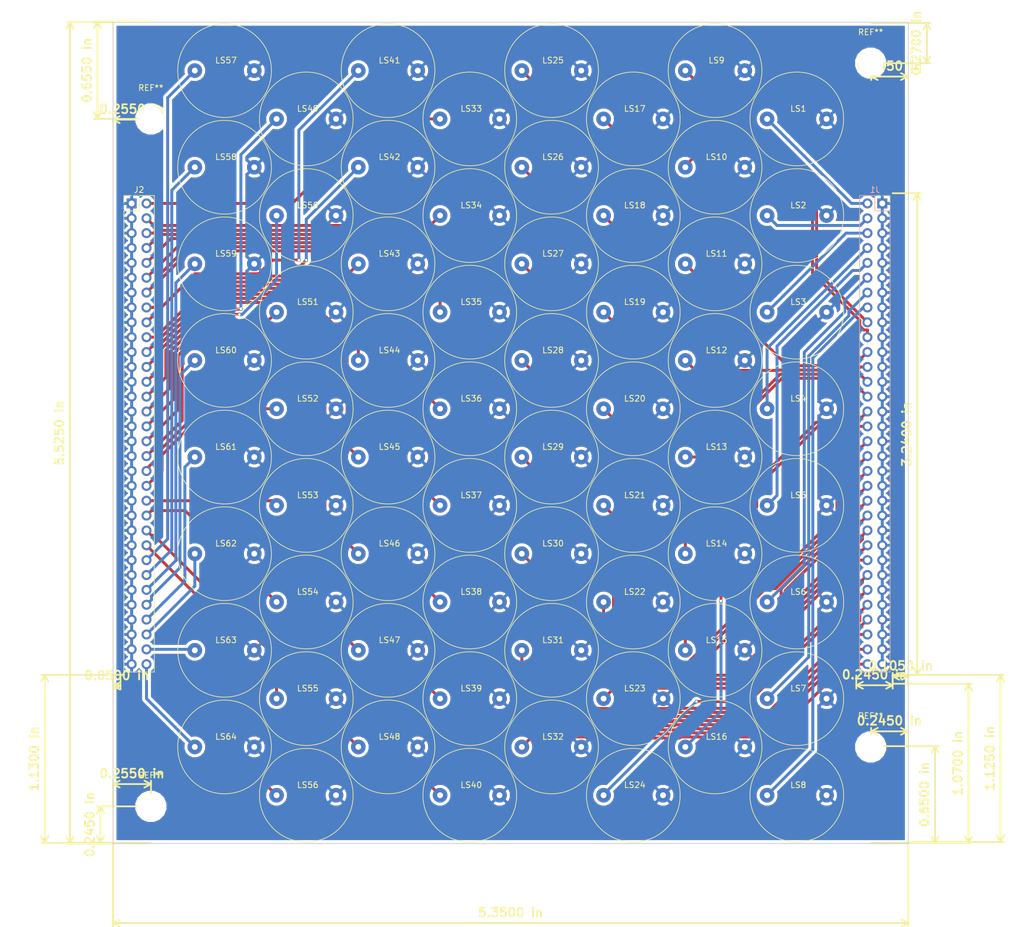
<source format=kicad_pcb>
(kicad_pcb (version 20171130) (host pcbnew "(5.0.0-3-g5ebb6b6)")
  (layers (0 F.Cu signal) (31 B.Cu signal) (34 B.Paste user) (35 F.Paste user) (36 B.SilkS user) (37 F.SilkS user) (38 B.Mask user) (39 F.Mask user) (44 Edge.Cuts user))
  (net 0 "")
  (net 1 /T1)
  (net 2 /T2)
  (net 3 /T3)
  (net 4 /T4)
  (net 5 /T5)
  (net 6 /T6)
  (net 7 /T7)
  (net 8 /T8)
  (net 9 /T9)
  (net 10 /T10)
  (net 11 /T11)
  (net 12 /T12)
  (net 13 /T13)
  (net 14 /T14)
  (net 15 /T15)
  (net 16 /T16)
  (net 17 /T17)
  (net 18 /T18)
  (net 19 /T19)
  (net 20 /T20)
  (net 21 /T21)
  (net 22 /T22)
  (net 23 /T23)
  (net 24 /T24)
  (net 25 /T25)
  (net 26 /T26)
  (net 27 /T27)
  (net 28 /T28)
  (net 29 /T29)
  (net 30 /T30)
  (net 31 /T31)
  (net 32 /T32)
  (net 33 GND)
  (net 34 /T33)
  (net 35 /T34)
  (net 36 /T35)
  (net 37 /T36)
  (net 38 /T37)
  (net 39 /T38)
  (net 40 /T39)
  (net 41 /T40)
  (net 42 /T41)
  (net 43 /T42)
  (net 44 /T43)
  (net 45 /T44)
  (net 46 /T45)
  (net 47 /T46)
  (net 48 /T47)
  (net 49 /T48)
  (net 50 /T49)
  (net 51 /T50)
  (net 52 /T51)
  (net 53 /T52)
  (net 54 /T53)
  (net 55 /T54)
  (net 56 /T55)
  (net 57 /T56)
  (net 58 /T57)
  (net 59 /T58)
  (net 60 /T59)
  (net 61 /T60)
  (net 62 /T61)
  (net 63 /T62)
  (net 64 /T63)
  (net 65 /T64)
  (module Buzzers_Beepers:BUZZER (layer F.Cu) (at 176.53 60.325)
    (fp_text reference LS43 (at 0.24892 -1.75006) (layer F.SilkS))
    (fp_text value Speaker_Ultrasound)
    (pad 2 thru_hole circle (at 5.08 0) (size 2.49936 2.49936) (drill 1.00076) (layers *.Cu *.Mask) (net 33 GND))
    (pad 1 thru_hole circle (at -5.08 0) (size 2.49936 2.49936) (drill 1.00076) (layers *.Cu *.Mask) (net 44 /T43))
  )
  (module Pin_Headers:Pin_Header_Straight_2x32_Pitch2.54mm (layer B.Cu) (at 260.985 50 180)
    (fp_text reference J1 (at 1.27 2.33 180) (layer B.SilkS) (effects (justify mirror)))
    (fp_text value Conn_02x32_Counter_Clockwise)
    (pad 1 thru_hole rect (at 0 0 180) (size 1.7 1.7) (drill 1) (layers *.Cu *.Mask) (net 33 GND))
    (pad 2 thru_hole oval (at 2.54 0 180) (size 1.7 1.7) (drill 1) (layers *.Cu *.Mask) (net 1 /T1))
    (pad 3 thru_hole oval (at 0 -2.54 180) (size 1.7 1.7) (drill 1) (layers *.Cu *.Mask) (net 33 GND))
    (pad 4 thru_hole oval (at 2.54 -2.54 180) (size 1.7 1.7) (drill 1) (layers *.Cu *.Mask) (net 2 /T2))
    (pad 5 thru_hole oval (at 0 -5.08 180) (size 1.7 1.7) (drill 1) (layers *.Cu *.Mask) (net 33 GND))
    (pad 6 thru_hole oval (at 2.54 -5.08 180) (size 1.7 1.7) (drill 1) (layers *.Cu *.Mask) (net 3 /T3))
    (pad 7 thru_hole oval (at 0 -7.62 180) (size 1.7 1.7) (drill 1) (layers *.Cu *.Mask) (net 33 GND))
    (pad 8 thru_hole oval (at 2.54 -7.62 180) (size 1.7 1.7) (drill 1) (layers *.Cu *.Mask) (net 4 /T4))
    (pad 9 thru_hole oval (at 0 -10.16 180) (size 1.7 1.7) (drill 1) (layers *.Cu *.Mask) (net 33 GND))
    (pad 10 thru_hole oval (at 2.54 -10.16 180) (size 1.7 1.7) (drill 1) (layers *.Cu *.Mask) (net 5 /T5))
    (pad 11 thru_hole oval (at 0 -12.7 180) (size 1.7 1.7) (drill 1) (layers *.Cu *.Mask) (net 33 GND))
    (pad 12 thru_hole oval (at 2.54 -12.7 180) (size 1.7 1.7) (drill 1) (layers *.Cu *.Mask) (net 6 /T6))
    (pad 13 thru_hole oval (at 0 -15.24 180) (size 1.7 1.7) (drill 1) (layers *.Cu *.Mask) (net 33 GND))
    (pad 14 thru_hole oval (at 2.54 -15.24 180) (size 1.7 1.7) (drill 1) (layers *.Cu *.Mask) (net 7 /T7))
    (pad 15 thru_hole oval (at 0 -17.78 180) (size 1.7 1.7) (drill 1) (layers *.Cu *.Mask) (net 33 GND))
    (pad 16 thru_hole oval (at 2.54 -17.78 180) (size 1.7 1.7) (drill 1) (layers *.Cu *.Mask) (net 8 /T8))
    (pad 17 thru_hole oval (at 0 -20.32 180) (size 1.7 1.7) (drill 1) (layers *.Cu *.Mask) (net 33 GND))
    (pad 18 thru_hole oval (at 2.54 -20.32 180) (size 1.7 1.7) (drill 1) (layers *.Cu *.Mask) (net 9 /T9))
    (pad 19 thru_hole oval (at 0 -22.86 180) (size 1.7 1.7) (drill 1) (layers *.Cu *.Mask) (net 33 GND))
    (pad 20 thru_hole oval (at 2.54 -22.86 180) (size 1.7 1.7) (drill 1) (layers *.Cu *.Mask) (net 10 /T10))
    (pad 21 thru_hole oval (at 0 -25.4 180) (size 1.7 1.7) (drill 1) (layers *.Cu *.Mask) (net 33 GND))
    (pad 22 thru_hole oval (at 2.54 -25.4 180) (size 1.7 1.7) (drill 1) (layers *.Cu *.Mask) (net 11 /T11))
    (pad 23 thru_hole oval (at 0 -27.94 180) (size 1.7 1.7) (drill 1) (layers *.Cu *.Mask) (net 33 GND))
    (pad 24 thru_hole oval (at 2.54 -27.94 180) (size 1.7 1.7) (drill 1) (layers *.Cu *.Mask) (net 12 /T12))
    (pad 25 thru_hole oval (at 0 -30.48 180) (size 1.7 1.7) (drill 1) (layers *.Cu *.Mask) (net 33 GND))
    (pad 26 thru_hole oval (at 2.54 -30.48 180) (size 1.7 1.7) (drill 1) (layers *.Cu *.Mask) (net 13 /T13))
    (pad 27 thru_hole oval (at 0 -33.02 180) (size 1.7 1.7) (drill 1) (layers *.Cu *.Mask) (net 33 GND))
    (pad 28 thru_hole oval (at 2.54 -33.02 180) (size 1.7 1.7) (drill 1) (layers *.Cu *.Mask) (net 14 /T14))
    (pad 29 thru_hole oval (at 0 -35.56 180) (size 1.7 1.7) (drill 1) (layers *.Cu *.Mask) (net 33 GND))
    (pad 30 thru_hole oval (at 2.54 -35.56 180) (size 1.7 1.7) (drill 1) (layers *.Cu *.Mask) (net 15 /T15))
    (pad 31 thru_hole oval (at 0 -38.1 180) (size 1.7 1.7) (drill 1) (layers *.Cu *.Mask) (net 33 GND))
    (pad 32 thru_hole oval (at 2.54 -38.1 180) (size 1.7 1.7) (drill 1) (layers *.Cu *.Mask) (net 16 /T16))
    (pad 33 thru_hole oval (at 0 -40.64 180) (size 1.7 1.7) (drill 1) (layers *.Cu *.Mask) (net 33 GND))
    (pad 34 thru_hole oval (at 2.54 -40.64 180) (size 1.7 1.7) (drill 1) (layers *.Cu *.Mask) (net 17 /T17))
    (pad 35 thru_hole oval (at 0 -43.18 180) (size 1.7 1.7) (drill 1) (layers *.Cu *.Mask) (net 33 GND))
    (pad 36 thru_hole oval (at 2.54 -43.18 180) (size 1.7 1.7) (drill 1) (layers *.Cu *.Mask) (net 18 /T18))
    (pad 37 thru_hole oval (at 0 -45.72 180) (size 1.7 1.7) (drill 1) (layers *.Cu *.Mask) (net 33 GND))
    (pad 38 thru_hole oval (at 2.54 -45.72 180) (size 1.7 1.7) (drill 1) (layers *.Cu *.Mask) (net 19 /T19))
    (pad 39 thru_hole oval (at 0 -48.26 180) (size 1.7 1.7) (drill 1) (layers *.Cu *.Mask) (net 33 GND))
    (pad 40 thru_hole oval (at 2.54 -48.26 180) (size 1.7 1.7) (drill 1) (layers *.Cu *.Mask) (net 20 /T20))
    (pad 41 thru_hole oval (at 0 -50.8 180) (size 1.7 1.7) (drill 1) (layers *.Cu *.Mask) (net 33 GND))
    (pad 42 thru_hole oval (at 2.54 -50.8 180) (size 1.7 1.7) (drill 1) (layers *.Cu *.Mask) (net 21 /T21))
    (pad 43 thru_hole oval (at 0 -53.34 180) (size 1.7 1.7) (drill 1) (layers *.Cu *.Mask) (net 33 GND))
    (pad 44 thru_hole oval (at 2.54 -53.34 180) (size 1.7 1.7) (drill 1) (layers *.Cu *.Mask) (net 22 /T22))
    (pad 45 thru_hole oval (at 0 -55.88 180) (size 1.7 1.7) (drill 1) (layers *.Cu *.Mask) (net 33 GND))
    (pad 46 thru_hole oval (at 2.54 -55.88 180) (size 1.7 1.7) (drill 1) (layers *.Cu *.Mask) (net 23 /T23))
    (pad 47 thru_hole oval (at 0 -58.42 180) (size 1.7 1.7) (drill 1) (layers *.Cu *.Mask) (net 33 GND))
    (pad 48 thru_hole oval (at 2.54 -58.42 180) (size 1.7 1.7) (drill 1) (layers *.Cu *.Mask) (net 24 /T24))
    (pad 49 thru_hole oval (at 0 -60.96 180) (size 1.7 1.7) (drill 1) (layers *.Cu *.Mask) (net 33 GND))
    (pad 50 thru_hole oval (at 2.54 -60.96 180) (size 1.7 1.7) (drill 1) (layers *.Cu *.Mask) (net 25 /T25))
    (pad 51 thru_hole oval (at 0 -63.5 180) (size 1.7 1.7) (drill 1) (layers *.Cu *.Mask) (net 33 GND))
    (pad 52 thru_hole oval (at 2.54 -63.5 180) (size 1.7 1.7) (drill 1) (layers *.Cu *.Mask) (net 26 /T26))
    (pad 53 thru_hole oval (at 0 -66.04 180) (size 1.7 1.7) (drill 1) (layers *.Cu *.Mask) (net 33 GND))
    (pad 54 thru_hole oval (at 2.54 -66.04 180) (size 1.7 1.7) (drill 1) (layers *.Cu *.Mask) (net 27 /T27))
    (pad 55 thru_hole oval (at 0 -68.58 180) (size 1.7 1.7) (drill 1) (layers *.Cu *.Mask) (net 33 GND))
    (pad 56 thru_hole oval (at 2.54 -68.58 180) (size 1.7 1.7) (drill 1) (layers *.Cu *.Mask) (net 28 /T28))
    (pad 57 thru_hole oval (at 0 -71.12 180) (size 1.7 1.7) (drill 1) (layers *.Cu *.Mask) (net 33 GND))
    (pad 58 thru_hole oval (at 2.54 -71.12 180) (size 1.7 1.7) (drill 1) (layers *.Cu *.Mask) (net 29 /T29))
    (pad 59 thru_hole oval (at 0 -73.66 180) (size 1.7 1.7) (drill 1) (layers *.Cu *.Mask) (net 33 GND))
    (pad 60 thru_hole oval (at 2.54 -73.66 180) (size 1.7 1.7) (drill 1) (layers *.Cu *.Mask) (net 30 /T30))
    (pad 61 thru_hole oval (at 0 -76.2 180) (size 1.7 1.7) (drill 1) (layers *.Cu *.Mask) (net 33 GND))
    (pad 62 thru_hole oval (at 2.54 -76.2 180) (size 1.7 1.7) (drill 1) (layers *.Cu *.Mask) (net 31 /T31))
    (pad 63 thru_hole oval (at 0 -78.74 180) (size 1.7 1.7) (drill 1) (layers *.Cu *.Mask) (net 33 GND))
    (pad 64 thru_hole oval (at 2.54 -78.74 180) (size 1.7 1.7) (drill 1) (layers *.Cu *.Mask) (net 32 /T32))
  )
  (module Pin_Headers:Pin_Header_Straight_2x32_Pitch2.54mm (layer F.Cu) (at 132.715 50)
    (fp_text reference J2 (at 1.27 -2.33) (layer F.SilkS))
    (fp_text value Conn_02x32_Counter_Clockwise)
    (pad 1 thru_hole rect (at 0 0) (size 1.7 1.7) (drill 1) (layers *.Cu *.Mask) (net 33 GND))
    (pad 2 thru_hole oval (at 2.54 0) (size 1.7 1.7) (drill 1) (layers *.Cu *.Mask) (net 34 /T33))
    (pad 3 thru_hole oval (at 0 2.54) (size 1.7 1.7) (drill 1) (layers *.Cu *.Mask) (net 33 GND))
    (pad 4 thru_hole oval (at 2.54 2.54) (size 1.7 1.7) (drill 1) (layers *.Cu *.Mask) (net 35 /T34))
    (pad 5 thru_hole oval (at 0 5.08) (size 1.7 1.7) (drill 1) (layers *.Cu *.Mask) (net 33 GND))
    (pad 6 thru_hole oval (at 2.54 5.08) (size 1.7 1.7) (drill 1) (layers *.Cu *.Mask) (net 36 /T35))
    (pad 7 thru_hole oval (at 0 7.62) (size 1.7 1.7) (drill 1) (layers *.Cu *.Mask) (net 33 GND))
    (pad 8 thru_hole oval (at 2.54 7.62) (size 1.7 1.7) (drill 1) (layers *.Cu *.Mask) (net 37 /T36))
    (pad 9 thru_hole oval (at 0 10.16) (size 1.7 1.7) (drill 1) (layers *.Cu *.Mask) (net 33 GND))
    (pad 10 thru_hole oval (at 2.54 10.16) (size 1.7 1.7) (drill 1) (layers *.Cu *.Mask) (net 38 /T37))
    (pad 11 thru_hole oval (at 0 12.7) (size 1.7 1.7) (drill 1) (layers *.Cu *.Mask) (net 33 GND))
    (pad 12 thru_hole oval (at 2.54 12.7) (size 1.7 1.7) (drill 1) (layers *.Cu *.Mask) (net 39 /T38))
    (pad 13 thru_hole oval (at 0 15.24) (size 1.7 1.7) (drill 1) (layers *.Cu *.Mask) (net 33 GND))
    (pad 14 thru_hole oval (at 2.54 15.24) (size 1.7 1.7) (drill 1) (layers *.Cu *.Mask) (net 40 /T39))
    (pad 15 thru_hole oval (at 0 17.78) (size 1.7 1.7) (drill 1) (layers *.Cu *.Mask) (net 33 GND))
    (pad 16 thru_hole oval (at 2.54 17.78) (size 1.7 1.7) (drill 1) (layers *.Cu *.Mask) (net 41 /T40))
    (pad 17 thru_hole oval (at 0 20.32) (size 1.7 1.7) (drill 1) (layers *.Cu *.Mask) (net 33 GND))
    (pad 18 thru_hole oval (at 2.54 20.32) (size 1.7 1.7) (drill 1) (layers *.Cu *.Mask) (net 42 /T41))
    (pad 19 thru_hole oval (at 0 22.86) (size 1.7 1.7) (drill 1) (layers *.Cu *.Mask) (net 33 GND))
    (pad 20 thru_hole oval (at 2.54 22.86) (size 1.7 1.7) (drill 1) (layers *.Cu *.Mask) (net 43 /T42))
    (pad 21 thru_hole oval (at 0 25.4) (size 1.7 1.7) (drill 1) (layers *.Cu *.Mask) (net 33 GND))
    (pad 22 thru_hole oval (at 2.54 25.4) (size 1.7 1.7) (drill 1) (layers *.Cu *.Mask) (net 44 /T43))
    (pad 23 thru_hole oval (at 0 27.94) (size 1.7 1.7) (drill 1) (layers *.Cu *.Mask) (net 33 GND))
    (pad 24 thru_hole oval (at 2.54 27.94) (size 1.7 1.7) (drill 1) (layers *.Cu *.Mask) (net 45 /T44))
    (pad 25 thru_hole oval (at 0 30.48) (size 1.7 1.7) (drill 1) (layers *.Cu *.Mask) (net 33 GND))
    (pad 26 thru_hole oval (at 2.54 30.48) (size 1.7 1.7) (drill 1) (layers *.Cu *.Mask) (net 46 /T45))
    (pad 27 thru_hole oval (at 0 33.02) (size 1.7 1.7) (drill 1) (layers *.Cu *.Mask) (net 33 GND))
    (pad 28 thru_hole oval (at 2.54 33.02) (size 1.7 1.7) (drill 1) (layers *.Cu *.Mask) (net 47 /T46))
    (pad 29 thru_hole oval (at 0 35.56) (size 1.7 1.7) (drill 1) (layers *.Cu *.Mask) (net 33 GND))
    (pad 30 thru_hole oval (at 2.54 35.56) (size 1.7 1.7) (drill 1) (layers *.Cu *.Mask) (net 48 /T47))
    (pad 31 thru_hole oval (at 0 38.1) (size 1.7 1.7) (drill 1) (layers *.Cu *.Mask) (net 33 GND))
    (pad 32 thru_hole oval (at 2.54 38.1) (size 1.7 1.7) (drill 1) (layers *.Cu *.Mask) (net 49 /T48))
    (pad 33 thru_hole oval (at 0 40.64) (size 1.7 1.7) (drill 1) (layers *.Cu *.Mask) (net 33 GND))
    (pad 34 thru_hole oval (at 2.54 40.64) (size 1.7 1.7) (drill 1) (layers *.Cu *.Mask) (net 50 /T49))
    (pad 35 thru_hole oval (at 0 43.18) (size 1.7 1.7) (drill 1) (layers *.Cu *.Mask) (net 33 GND))
    (pad 36 thru_hole oval (at 2.54 43.18) (size 1.7 1.7) (drill 1) (layers *.Cu *.Mask) (net 51 /T50))
    (pad 37 thru_hole oval (at 0 45.72) (size 1.7 1.7) (drill 1) (layers *.Cu *.Mask) (net 33 GND))
    (pad 38 thru_hole oval (at 2.54 45.72) (size 1.7 1.7) (drill 1) (layers *.Cu *.Mask) (net 52 /T51))
    (pad 39 thru_hole oval (at 0 48.26) (size 1.7 1.7) (drill 1) (layers *.Cu *.Mask) (net 33 GND))
    (pad 40 thru_hole oval (at 2.54 48.26) (size 1.7 1.7) (drill 1) (layers *.Cu *.Mask) (net 53 /T52))
    (pad 41 thru_hole oval (at 0 50.8) (size 1.7 1.7) (drill 1) (layers *.Cu *.Mask) (net 33 GND))
    (pad 42 thru_hole oval (at 2.54 50.8) (size 1.7 1.7) (drill 1) (layers *.Cu *.Mask) (net 54 /T53))
    (pad 43 thru_hole oval (at 0 53.34) (size 1.7 1.7) (drill 1) (layers *.Cu *.Mask) (net 33 GND))
    (pad 44 thru_hole oval (at 2.54 53.34) (size 1.7 1.7) (drill 1) (layers *.Cu *.Mask) (net 55 /T54))
    (pad 45 thru_hole oval (at 0 55.88) (size 1.7 1.7) (drill 1) (layers *.Cu *.Mask) (net 33 GND))
    (pad 46 thru_hole oval (at 2.54 55.88) (size 1.7 1.7) (drill 1) (layers *.Cu *.Mask) (net 56 /T55))
    (pad 47 thru_hole oval (at 0 58.42) (size 1.7 1.7) (drill 1) (layers *.Cu *.Mask) (net 33 GND))
    (pad 48 thru_hole oval (at 2.54 58.42) (size 1.7 1.7) (drill 1) (layers *.Cu *.Mask) (net 57 /T56))
    (pad 49 thru_hole oval (at 0 60.96) (size 1.7 1.7) (drill 1) (layers *.Cu *.Mask) (net 33 GND))
    (pad 50 thru_hole oval (at 2.54 60.96) (size 1.7 1.7) (drill 1) (layers *.Cu *.Mask) (net 58 /T57))
    (pad 51 thru_hole oval (at 0 63.5) (size 1.7 1.7) (drill 1) (layers *.Cu *.Mask) (net 33 GND))
    (pad 52 thru_hole oval (at 2.54 63.5) (size 1.7 1.7) (drill 1) (layers *.Cu *.Mask) (net 59 /T58))
    (pad 53 thru_hole oval (at 0 66.04) (size 1.7 1.7) (drill 1) (layers *.Cu *.Mask) (net 33 GND))
    (pad 54 thru_hole oval (at 2.54 66.04) (size 1.7 1.7) (drill 1) (layers *.Cu *.Mask) (net 60 /T59))
    (pad 55 thru_hole oval (at 0 68.58) (size 1.7 1.7) (drill 1) (layers *.Cu *.Mask) (net 33 GND))
    (pad 56 thru_hole oval (at 2.54 68.58) (size 1.7 1.7) (drill 1) (layers *.Cu *.Mask) (net 61 /T60))
    (pad 57 thru_hole oval (at 0 71.12) (size 1.7 1.7) (drill 1) (layers *.Cu *.Mask) (net 33 GND))
    (pad 58 thru_hole oval (at 2.54 71.12) (size 1.7 1.7) (drill 1) (layers *.Cu *.Mask) (net 62 /T61))
    (pad 59 thru_hole oval (at 0 73.66) (size 1.7 1.7) (drill 1) (layers *.Cu *.Mask) (net 33 GND))
    (pad 60 thru_hole oval (at 2.54 73.66) (size 1.7 1.7) (drill 1) (layers *.Cu *.Mask) (net 63 /T62))
    (pad 61 thru_hole oval (at 0 76.2) (size 1.7 1.7) (drill 1) (layers *.Cu *.Mask) (net 33 GND))
    (pad 62 thru_hole oval (at 2.54 76.2) (size 1.7 1.7) (drill 1) (layers *.Cu *.Mask) (net 64 /T63))
    (pad 63 thru_hole oval (at 0 78.74) (size 1.7 1.7) (drill 1) (layers *.Cu *.Mask) (net 33 GND))
    (pad 64 thru_hole oval (at 2.54 78.74) (size 1.7 1.7) (drill 1) (layers *.Cu *.Mask) (net 65 /T64))
  )
  (module Buzzers_Beepers:BUZZER (layer F.Cu) (at 246.38 35.56)
    (fp_text reference LS1 (at 0.24892 -1.75006) (layer F.SilkS))
    (fp_text value Speaker_Ultrasound)
    (pad 2 thru_hole circle (at 5.08 0) (size 2.49936 2.49936) (drill 1.00076) (layers *.Cu *.Mask) (net 33 GND))
    (pad 1 thru_hole circle (at -5.08 0) (size 2.49936 2.49936) (drill 1.00076) (layers *.Cu *.Mask) (net 1 /T1))
  )
  (module Buzzers_Beepers:BUZZER (layer F.Cu) (at 246.38 52.07)
    (fp_text reference LS2 (at 0.24892 -1.75006) (layer F.SilkS))
    (fp_text value Speaker_Ultrasound)
    (pad 2 thru_hole circle (at 5.08 0) (size 2.49936 2.49936) (drill 1.00076) (layers *.Cu *.Mask) (net 33 GND))
    (pad 1 thru_hole circle (at -5.08 0) (size 2.49936 2.49936) (drill 1.00076) (layers *.Cu *.Mask) (net 2 /T2))
  )
  (module Buzzers_Beepers:BUZZER (layer F.Cu) (at 246.38 68.58)
    (fp_text reference LS3 (at 0.24892 -1.75006) (layer F.SilkS))
    (fp_text value Speaker_Ultrasound)
    (pad 2 thru_hole circle (at 5.08 0) (size 2.49936 2.49936) (drill 1.00076) (layers *.Cu *.Mask) (net 33 GND))
    (pad 1 thru_hole circle (at -5.08 0) (size 2.49936 2.49936) (drill 1.00076) (layers *.Cu *.Mask) (net 3 /T3))
  )
  (module Buzzers_Beepers:BUZZER (layer F.Cu) (at 246.38 85.09)
    (fp_text reference LS4 (at 0.24892 -1.75006) (layer F.SilkS))
    (fp_text value Speaker_Ultrasound)
    (pad 2 thru_hole circle (at 5.08 0) (size 2.49936 2.49936) (drill 1.00076) (layers *.Cu *.Mask) (net 33 GND))
    (pad 1 thru_hole circle (at -5.08 0) (size 2.49936 2.49936) (drill 1.00076) (layers *.Cu *.Mask) (net 4 /T4))
  )
  (module Buzzers_Beepers:BUZZER (layer F.Cu) (at 246.38 101.6)
    (fp_text reference LS5 (at 0.24892 -1.75006) (layer F.SilkS))
    (fp_text value Speaker_Ultrasound)
    (pad 2 thru_hole circle (at 5.08 0) (size 2.49936 2.49936) (drill 1.00076) (layers *.Cu *.Mask) (net 33 GND))
    (pad 1 thru_hole circle (at -5.08 0) (size 2.49936 2.49936) (drill 1.00076) (layers *.Cu *.Mask) (net 5 /T5))
  )
  (module Buzzers_Beepers:BUZZER (layer F.Cu) (at 246.38 118.11)
    (fp_text reference LS6 (at 0.24892 -1.75006) (layer F.SilkS))
    (fp_text value Speaker_Ultrasound)
    (pad 2 thru_hole circle (at 5.08 0) (size 2.49936 2.49936) (drill 1.00076) (layers *.Cu *.Mask) (net 33 GND))
    (pad 1 thru_hole circle (at -5.08 0) (size 2.49936 2.49936) (drill 1.00076) (layers *.Cu *.Mask) (net 6 /T6))
  )
  (module Buzzers_Beepers:BUZZER (layer F.Cu) (at 246.38 134.62)
    (fp_text reference LS7 (at 0.24892 -1.75006) (layer F.SilkS))
    (fp_text value Speaker_Ultrasound)
    (pad 2 thru_hole circle (at 5.08 0) (size 2.49936 2.49936) (drill 1.00076) (layers *.Cu *.Mask) (net 33 GND))
    (pad 1 thru_hole circle (at -5.08 0) (size 2.49936 2.49936) (drill 1.00076) (layers *.Cu *.Mask) (net 7 /T7))
  )
  (module Buzzers_Beepers:BUZZER (layer F.Cu) (at 246.38 151.13)
    (fp_text reference LS8 (at 0.24892 -1.75006) (layer F.SilkS))
    (fp_text value Speaker_Ultrasound)
    (pad 2 thru_hole circle (at 5.08 0) (size 2.49936 2.49936) (drill 1.00076) (layers *.Cu *.Mask) (net 33 GND))
    (pad 1 thru_hole circle (at -5.08 0) (size 2.49936 2.49936) (drill 1.00076) (layers *.Cu *.Mask) (net 8 /T8))
  )
  (module Buzzers_Beepers:BUZZER (layer F.Cu) (at 232.41 27.305)
    (fp_text reference LS9 (at 0.24892 -1.75006) (layer F.SilkS))
    (fp_text value Speaker_Ultrasound)
    (pad 2 thru_hole circle (at 5.08 0) (size 2.49936 2.49936) (drill 1.00076) (layers *.Cu *.Mask) (net 33 GND))
    (pad 1 thru_hole circle (at -5.08 0) (size 2.49936 2.49936) (drill 1.00076) (layers *.Cu *.Mask) (net 9 /T9))
  )
  (module Buzzers_Beepers:BUZZER (layer F.Cu) (at 232.41 43.815)
    (fp_text reference LS10 (at 0.24892 -1.75006) (layer F.SilkS))
    (fp_text value Speaker_Ultrasound)
    (pad 2 thru_hole circle (at 5.08 0) (size 2.49936 2.49936) (drill 1.00076) (layers *.Cu *.Mask) (net 33 GND))
    (pad 1 thru_hole circle (at -5.08 0) (size 2.49936 2.49936) (drill 1.00076) (layers *.Cu *.Mask) (net 10 /T10))
  )
  (module Buzzers_Beepers:BUZZER (layer F.Cu) (at 232.41 60.325)
    (fp_text reference LS11 (at 0.24892 -1.75006) (layer F.SilkS))
    (fp_text value Speaker_Ultrasound)
    (pad 2 thru_hole circle (at 5.08 0) (size 2.49936 2.49936) (drill 1.00076) (layers *.Cu *.Mask) (net 33 GND))
    (pad 1 thru_hole circle (at -5.08 0) (size 2.49936 2.49936) (drill 1.00076) (layers *.Cu *.Mask) (net 11 /T11))
  )
  (module Buzzers_Beepers:BUZZER (layer F.Cu) (at 232.41 76.835)
    (fp_text reference LS12 (at 0.24892 -1.75006) (layer F.SilkS))
    (fp_text value Speaker_Ultrasound)
    (pad 2 thru_hole circle (at 5.08 0) (size 2.49936 2.49936) (drill 1.00076) (layers *.Cu *.Mask) (net 33 GND))
    (pad 1 thru_hole circle (at -5.08 0) (size 2.49936 2.49936) (drill 1.00076) (layers *.Cu *.Mask) (net 12 /T12))
  )
  (module Buzzers_Beepers:BUZZER (layer F.Cu) (at 232.41 93.345)
    (fp_text reference LS13 (at 0.24892 -1.75006) (layer F.SilkS))
    (fp_text value Speaker_Ultrasound)
    (pad 2 thru_hole circle (at 5.08 0) (size 2.49936 2.49936) (drill 1.00076) (layers *.Cu *.Mask) (net 33 GND))
    (pad 1 thru_hole circle (at -5.08 0) (size 2.49936 2.49936) (drill 1.00076) (layers *.Cu *.Mask) (net 13 /T13))
  )
  (module Buzzers_Beepers:BUZZER (layer F.Cu) (at 232.41 109.855)
    (fp_text reference LS14 (at 0.24892 -1.75006) (layer F.SilkS))
    (fp_text value Speaker_Ultrasound)
    (pad 2 thru_hole circle (at 5.08 0) (size 2.49936 2.49936) (drill 1.00076) (layers *.Cu *.Mask) (net 33 GND))
    (pad 1 thru_hole circle (at -5.08 0) (size 2.49936 2.49936) (drill 1.00076) (layers *.Cu *.Mask) (net 14 /T14))
  )
  (module Buzzers_Beepers:BUZZER (layer F.Cu) (at 232.41 126.365)
    (fp_text reference LS15 (at 0.24892 -1.75006) (layer F.SilkS))
    (fp_text value Speaker_Ultrasound)
    (pad 2 thru_hole circle (at 5.08 0) (size 2.49936 2.49936) (drill 1.00076) (layers *.Cu *.Mask) (net 33 GND))
    (pad 1 thru_hole circle (at -5.08 0) (size 2.49936 2.49936) (drill 1.00076) (layers *.Cu *.Mask) (net 15 /T15))
  )
  (module Buzzers_Beepers:BUZZER (layer F.Cu) (at 232.41 142.875)
    (fp_text reference LS16 (at 0.24892 -1.75006) (layer F.SilkS))
    (fp_text value Speaker_Ultrasound)
    (pad 2 thru_hole circle (at 5.08 0) (size 2.49936 2.49936) (drill 1.00076) (layers *.Cu *.Mask) (net 33 GND))
    (pad 1 thru_hole circle (at -5.08 0) (size 2.49936 2.49936) (drill 1.00076) (layers *.Cu *.Mask) (net 16 /T16))
  )
  (module Buzzers_Beepers:BUZZER (layer F.Cu) (at 218.44 35.56)
    (fp_text reference LS17 (at 0.24892 -1.75006) (layer F.SilkS))
    (fp_text value Speaker_Ultrasound)
    (pad 2 thru_hole circle (at 5.08 0) (size 2.49936 2.49936) (drill 1.00076) (layers *.Cu *.Mask) (net 33 GND))
    (pad 1 thru_hole circle (at -5.08 0) (size 2.49936 2.49936) (drill 1.00076) (layers *.Cu *.Mask) (net 17 /T17))
  )
  (module Buzzers_Beepers:BUZZER (layer F.Cu) (at 218.44 52.07)
    (fp_text reference LS18 (at 0.24892 -1.75006) (layer F.SilkS))
    (fp_text value Speaker_Ultrasound)
    (pad 2 thru_hole circle (at 5.08 0) (size 2.49936 2.49936) (drill 1.00076) (layers *.Cu *.Mask) (net 33 GND))
    (pad 1 thru_hole circle (at -5.08 0) (size 2.49936 2.49936) (drill 1.00076) (layers *.Cu *.Mask) (net 18 /T18))
  )
  (module Buzzers_Beepers:BUZZER (layer F.Cu) (at 218.44 68.58)
    (fp_text reference LS19 (at 0.24892 -1.75006) (layer F.SilkS))
    (fp_text value Speaker_Ultrasound)
    (pad 2 thru_hole circle (at 5.08 0) (size 2.49936 2.49936) (drill 1.00076) (layers *.Cu *.Mask) (net 33 GND))
    (pad 1 thru_hole circle (at -5.08 0) (size 2.49936 2.49936) (drill 1.00076) (layers *.Cu *.Mask) (net 19 /T19))
  )
  (module Buzzers_Beepers:BUZZER (layer F.Cu) (at 218.44 85.09)
    (fp_text reference LS20 (at 0.24892 -1.75006) (layer F.SilkS))
    (fp_text value Speaker_Ultrasound)
    (pad 2 thru_hole circle (at 5.08 0) (size 2.49936 2.49936) (drill 1.00076) (layers *.Cu *.Mask) (net 33 GND))
    (pad 1 thru_hole circle (at -5.08 0) (size 2.49936 2.49936) (drill 1.00076) (layers *.Cu *.Mask) (net 20 /T20))
  )
  (module Buzzers_Beepers:BUZZER (layer F.Cu) (at 218.44 101.6)
    (fp_text reference LS21 (at 0.24892 -1.75006) (layer F.SilkS))
    (fp_text value Speaker_Ultrasound)
    (pad 2 thru_hole circle (at 5.08 0) (size 2.49936 2.49936) (drill 1.00076) (layers *.Cu *.Mask) (net 33 GND))
    (pad 1 thru_hole circle (at -5.08 0) (size 2.49936 2.49936) (drill 1.00076) (layers *.Cu *.Mask) (net 21 /T21))
  )
  (module Buzzers_Beepers:BUZZER (layer F.Cu) (at 218.44 118.11)
    (fp_text reference LS22 (at 0.24892 -1.75006) (layer F.SilkS))
    (fp_text value Speaker_Ultrasound)
    (pad 2 thru_hole circle (at 5.08 0) (size 2.49936 2.49936) (drill 1.00076) (layers *.Cu *.Mask) (net 33 GND))
    (pad 1 thru_hole circle (at -5.08 0) (size 2.49936 2.49936) (drill 1.00076) (layers *.Cu *.Mask) (net 22 /T22))
  )
  (module Buzzers_Beepers:BUZZER (layer F.Cu) (at 218.44 134.62)
    (fp_text reference LS23 (at 0.24892 -1.75006) (layer F.SilkS))
    (fp_text value Speaker_Ultrasound)
    (pad 2 thru_hole circle (at 5.08 0) (size 2.49936 2.49936) (drill 1.00076) (layers *.Cu *.Mask) (net 33 GND))
    (pad 1 thru_hole circle (at -5.08 0) (size 2.49936 2.49936) (drill 1.00076) (layers *.Cu *.Mask) (net 23 /T23))
  )
  (module Buzzers_Beepers:BUZZER (layer F.Cu) (at 218.44 151.13)
    (fp_text reference LS24 (at 0.24892 -1.75006) (layer F.SilkS))
    (fp_text value Speaker_Ultrasound)
    (pad 2 thru_hole circle (at 5.08 0) (size 2.49936 2.49936) (drill 1.00076) (layers *.Cu *.Mask) (net 33 GND))
    (pad 1 thru_hole circle (at -5.08 0) (size 2.49936 2.49936) (drill 1.00076) (layers *.Cu *.Mask) (net 24 /T24))
  )
  (module Buzzers_Beepers:BUZZER (layer F.Cu) (at 204.47 27.305)
    (fp_text reference LS25 (at 0.24892 -1.75006) (layer F.SilkS))
    (fp_text value Speaker_Ultrasound)
    (pad 2 thru_hole circle (at 5.08 0) (size 2.49936 2.49936) (drill 1.00076) (layers *.Cu *.Mask) (net 33 GND))
    (pad 1 thru_hole circle (at -5.08 0) (size 2.49936 2.49936) (drill 1.00076) (layers *.Cu *.Mask) (net 25 /T25))
  )
  (module Buzzers_Beepers:BUZZER (layer F.Cu) (at 204.47 43.815)
    (fp_text reference LS26 (at 0.24892 -1.75006) (layer F.SilkS))
    (fp_text value Speaker_Ultrasound)
    (pad 2 thru_hole circle (at 5.08 0) (size 2.49936 2.49936) (drill 1.00076) (layers *.Cu *.Mask) (net 33 GND))
    (pad 1 thru_hole circle (at -5.08 0) (size 2.49936 2.49936) (drill 1.00076) (layers *.Cu *.Mask) (net 26 /T26))
  )
  (module Buzzers_Beepers:BUZZER (layer F.Cu) (at 204.47 60.325)
    (fp_text reference LS27 (at 0.24892 -1.75006) (layer F.SilkS))
    (fp_text value Speaker_Ultrasound)
    (pad 2 thru_hole circle (at 5.08 0) (size 2.49936 2.49936) (drill 1.00076) (layers *.Cu *.Mask) (net 33 GND))
    (pad 1 thru_hole circle (at -5.08 0) (size 2.49936 2.49936) (drill 1.00076) (layers *.Cu *.Mask) (net 27 /T27))
  )
  (module Buzzers_Beepers:BUZZER (layer F.Cu) (at 204.47 76.835)
    (fp_text reference LS28 (at 0.24892 -1.75006) (layer F.SilkS))
    (fp_text value Speaker_Ultrasound)
    (pad 2 thru_hole circle (at 5.08 0) (size 2.49936 2.49936) (drill 1.00076) (layers *.Cu *.Mask) (net 33 GND))
    (pad 1 thru_hole circle (at -5.08 0) (size 2.49936 2.49936) (drill 1.00076) (layers *.Cu *.Mask) (net 28 /T28))
  )
  (module Buzzers_Beepers:BUZZER (layer F.Cu) (at 204.47 93.345)
    (fp_text reference LS29 (at 0.24892 -1.75006) (layer F.SilkS))
    (fp_text value Speaker_Ultrasound)
    (pad 2 thru_hole circle (at 5.08 0) (size 2.49936 2.49936) (drill 1.00076) (layers *.Cu *.Mask) (net 33 GND))
    (pad 1 thru_hole circle (at -5.08 0) (size 2.49936 2.49936) (drill 1.00076) (layers *.Cu *.Mask) (net 29 /T29))
  )
  (module Buzzers_Beepers:BUZZER (layer F.Cu) (at 204.47 109.855)
    (fp_text reference LS30 (at 0.24892 -1.75006) (layer F.SilkS))
    (fp_text value Speaker_Ultrasound)
    (pad 2 thru_hole circle (at 5.08 0) (size 2.49936 2.49936) (drill 1.00076) (layers *.Cu *.Mask) (net 33 GND))
    (pad 1 thru_hole circle (at -5.08 0) (size 2.49936 2.49936) (drill 1.00076) (layers *.Cu *.Mask) (net 30 /T30))
  )
  (module Buzzers_Beepers:BUZZER (layer F.Cu) (at 204.47 126.365)
    (fp_text reference LS31 (at 0.24892 -1.75006) (layer F.SilkS))
    (fp_text value Speaker_Ultrasound)
    (pad 2 thru_hole circle (at 5.08 0) (size 2.49936 2.49936) (drill 1.00076) (layers *.Cu *.Mask) (net 33 GND))
    (pad 1 thru_hole circle (at -5.08 0) (size 2.49936 2.49936) (drill 1.00076) (layers *.Cu *.Mask) (net 31 /T31))
  )
  (module Buzzers_Beepers:BUZZER (layer F.Cu) (at 204.47 142.875)
    (fp_text reference LS32 (at 0.24892 -1.75006) (layer F.SilkS))
    (fp_text value Speaker_Ultrasound)
    (pad 2 thru_hole circle (at 5.08 0) (size 2.49936 2.49936) (drill 1.00076) (layers *.Cu *.Mask) (net 33 GND))
    (pad 1 thru_hole circle (at -5.08 0) (size 2.49936 2.49936) (drill 1.00076) (layers *.Cu *.Mask) (net 32 /T32))
  )
  (module Buzzers_Beepers:BUZZER (layer F.Cu) (at 190.5 35.56)
    (fp_text reference LS33 (at 0.24892 -1.75006) (layer F.SilkS))
    (fp_text value Speaker_Ultrasound)
    (pad 2 thru_hole circle (at 5.08 0) (size 2.49936 2.49936) (drill 1.00076) (layers *.Cu *.Mask) (net 33 GND))
    (pad 1 thru_hole circle (at -5.08 0) (size 2.49936 2.49936) (drill 1.00076) (layers *.Cu *.Mask) (net 34 /T33))
  )
  (module Buzzers_Beepers:BUZZER (layer F.Cu) (at 190.5 52.07)
    (fp_text reference LS34 (at 0.24892 -1.75006) (layer F.SilkS))
    (fp_text value Speaker_Ultrasound)
    (pad 2 thru_hole circle (at 5.08 0) (size 2.49936 2.49936) (drill 1.00076) (layers *.Cu *.Mask) (net 33 GND))
    (pad 1 thru_hole circle (at -5.08 0) (size 2.49936 2.49936) (drill 1.00076) (layers *.Cu *.Mask) (net 35 /T34))
  )
  (module Buzzers_Beepers:BUZZER (layer F.Cu) (at 190.5 68.58)
    (fp_text reference LS35 (at 0.24892 -1.75006) (layer F.SilkS))
    (fp_text value Speaker_Ultrasound)
    (pad 2 thru_hole circle (at 5.08 0) (size 2.49936 2.49936) (drill 1.00076) (layers *.Cu *.Mask) (net 33 GND))
    (pad 1 thru_hole circle (at -5.08 0) (size 2.49936 2.49936) (drill 1.00076) (layers *.Cu *.Mask) (net 36 /T35))
  )
  (module Buzzers_Beepers:BUZZER (layer F.Cu) (at 190.5 85.09)
    (fp_text reference LS36 (at 0.24892 -1.75006) (layer F.SilkS))
    (fp_text value Speaker_Ultrasound)
    (pad 2 thru_hole circle (at 5.08 0) (size 2.49936 2.49936) (drill 1.00076) (layers *.Cu *.Mask) (net 33 GND))
    (pad 1 thru_hole circle (at -5.08 0) (size 2.49936 2.49936) (drill 1.00076) (layers *.Cu *.Mask) (net 37 /T36))
  )
  (module Buzzers_Beepers:BUZZER (layer F.Cu) (at 190.5 101.6)
    (fp_text reference LS37 (at 0.24892 -1.75006) (layer F.SilkS))
    (fp_text value Speaker_Ultrasound)
    (pad 2 thru_hole circle (at 5.08 0) (size 2.49936 2.49936) (drill 1.00076) (layers *.Cu *.Mask) (net 33 GND))
    (pad 1 thru_hole circle (at -5.08 0) (size 2.49936 2.49936) (drill 1.00076) (layers *.Cu *.Mask) (net 38 /T37))
  )
  (module Buzzers_Beepers:BUZZER (layer F.Cu) (at 190.5 118.11)
    (fp_text reference LS38 (at 0.24892 -1.75006) (layer F.SilkS))
    (fp_text value Speaker_Ultrasound)
    (pad 2 thru_hole circle (at 5.08 0) (size 2.49936 2.49936) (drill 1.00076) (layers *.Cu *.Mask) (net 33 GND))
    (pad 1 thru_hole circle (at -5.08 0) (size 2.49936 2.49936) (drill 1.00076) (layers *.Cu *.Mask) (net 39 /T38))
  )
  (module Buzzers_Beepers:BUZZER (layer F.Cu) (at 190.5 134.62)
    (fp_text reference LS39 (at 0.24892 -1.75006) (layer F.SilkS))
    (fp_text value Speaker_Ultrasound)
    (pad 2 thru_hole circle (at 5.08 0) (size 2.49936 2.49936) (drill 1.00076) (layers *.Cu *.Mask) (net 33 GND))
    (pad 1 thru_hole circle (at -5.08 0) (size 2.49936 2.49936) (drill 1.00076) (layers *.Cu *.Mask) (net 40 /T39))
  )
  (module Buzzers_Beepers:BUZZER (layer F.Cu) (at 190.5 151.13)
    (fp_text reference LS40 (at 0.24892 -1.75006) (layer F.SilkS))
    (fp_text value Speaker_Ultrasound)
    (pad 2 thru_hole circle (at 5.08 0) (size 2.49936 2.49936) (drill 1.00076) (layers *.Cu *.Mask) (net 33 GND))
    (pad 1 thru_hole circle (at -5.08 0) (size 2.49936 2.49936) (drill 1.00076) (layers *.Cu *.Mask) (net 41 /T40))
  )
  (module Buzzers_Beepers:BUZZER (layer F.Cu) (at 176.53 27.305)
    (fp_text reference LS41 (at 0.24892 -1.75006) (layer F.SilkS))
    (fp_text value Speaker_Ultrasound)
    (pad 2 thru_hole circle (at 5.08 0) (size 2.49936 2.49936) (drill 1.00076) (layers *.Cu *.Mask) (net 33 GND))
    (pad 1 thru_hole circle (at -5.08 0) (size 2.49936 2.49936) (drill 1.00076) (layers *.Cu *.Mask) (net 42 /T41))
  )
  (module Buzzers_Beepers:BUZZER (layer F.Cu) (at 176.53 43.815)
    (fp_text reference LS42 (at 0.24892 -1.75006) (layer F.SilkS))
    (fp_text value Speaker_Ultrasound)
    (pad 2 thru_hole circle (at 5.08 0) (size 2.49936 2.49936) (drill 1.00076) (layers *.Cu *.Mask) (net 33 GND))
    (pad 1 thru_hole circle (at -5.08 0) (size 2.49936 2.49936) (drill 1.00076) (layers *.Cu *.Mask) (net 43 /T42))
  )
  (module Buzzers_Beepers:BUZZER (layer F.Cu) (at 176.53 76.835)
    (fp_text reference LS44 (at 0.24892 -1.75006) (layer F.SilkS))
    (fp_text value Speaker_Ultrasound)
    (pad 2 thru_hole circle (at 5.08 0) (size 2.49936 2.49936) (drill 1.00076) (layers *.Cu *.Mask) (net 33 GND))
    (pad 1 thru_hole circle (at -5.08 0) (size 2.49936 2.49936) (drill 1.00076) (layers *.Cu *.Mask) (net 45 /T44))
  )
  (module Buzzers_Beepers:BUZZER (layer F.Cu) (at 176.53 93.345)
    (fp_text reference LS45 (at 0.24892 -1.75006) (layer F.SilkS))
    (fp_text value Speaker_Ultrasound)
    (pad 2 thru_hole circle (at 5.08 0) (size 2.49936 2.49936) (drill 1.00076) (layers *.Cu *.Mask) (net 33 GND))
    (pad 1 thru_hole circle (at -5.08 0) (size 2.49936 2.49936) (drill 1.00076) (layers *.Cu *.Mask) (net 46 /T45))
  )
  (module Buzzers_Beepers:BUZZER (layer F.Cu) (at 176.53 109.855)
    (fp_text reference LS46 (at 0.24892 -1.75006) (layer F.SilkS))
    (fp_text value Speaker_Ultrasound)
    (pad 2 thru_hole circle (at 5.08 0) (size 2.49936 2.49936) (drill 1.00076) (layers *.Cu *.Mask) (net 33 GND))
    (pad 1 thru_hole circle (at -5.08 0) (size 2.49936 2.49936) (drill 1.00076) (layers *.Cu *.Mask) (net 47 /T46))
  )
  (module Buzzers_Beepers:BUZZER (layer F.Cu) (at 176.53 126.365)
    (fp_text reference LS47 (at 0.24892 -1.75006) (layer F.SilkS))
    (fp_text value Speaker_Ultrasound)
    (pad 2 thru_hole circle (at 5.08 0) (size 2.49936 2.49936) (drill 1.00076) (layers *.Cu *.Mask) (net 33 GND))
    (pad 1 thru_hole circle (at -5.08 0) (size 2.49936 2.49936) (drill 1.00076) (layers *.Cu *.Mask) (net 48 /T47))
  )
  (module Buzzers_Beepers:BUZZER (layer F.Cu) (at 176.53 142.875)
    (fp_text reference LS48 (at 0.24892 -1.75006) (layer F.SilkS))
    (fp_text value Speaker_Ultrasound)
    (pad 2 thru_hole circle (at 5.08 0) (size 2.49936 2.49936) (drill 1.00076) (layers *.Cu *.Mask) (net 33 GND))
    (pad 1 thru_hole circle (at -5.08 0) (size 2.49936 2.49936) (drill 1.00076) (layers *.Cu *.Mask) (net 49 /T48))
  )
  (module Buzzers_Beepers:BUZZER (layer F.Cu) (at 162.56 35.56)
    (fp_text reference LS49 (at 0.24892 -1.75006) (layer F.SilkS))
    (fp_text value Speaker_Ultrasound)
    (pad 2 thru_hole circle (at 5.08 0) (size 2.49936 2.49936) (drill 1.00076) (layers *.Cu *.Mask) (net 33 GND))
    (pad 1 thru_hole circle (at -5.08 0) (size 2.49936 2.49936) (drill 1.00076) (layers *.Cu *.Mask) (net 50 /T49))
  )
  (module Buzzers_Beepers:BUZZER (layer F.Cu) (at 162.56 52.07)
    (fp_text reference LS50 (at 0.24892 -1.75006) (layer F.SilkS))
    (fp_text value Speaker_Ultrasound)
    (pad 2 thru_hole circle (at 5.08 0) (size 2.49936 2.49936) (drill 1.00076) (layers *.Cu *.Mask) (net 33 GND))
    (pad 1 thru_hole circle (at -5.08 0) (size 2.49936 2.49936) (drill 1.00076) (layers *.Cu *.Mask) (net 51 /T50))
  )
  (module Buzzers_Beepers:BUZZER (layer F.Cu) (at 162.56 68.58)
    (fp_text reference LS51 (at 0.24892 -1.75006) (layer F.SilkS))
    (fp_text value Speaker_Ultrasound)
    (pad 2 thru_hole circle (at 5.08 0) (size 2.49936 2.49936) (drill 1.00076) (layers *.Cu *.Mask) (net 33 GND))
    (pad 1 thru_hole circle (at -5.08 0) (size 2.49936 2.49936) (drill 1.00076) (layers *.Cu *.Mask) (net 52 /T51))
  )
  (module Buzzers_Beepers:BUZZER (layer F.Cu) (at 162.56 85.09)
    (fp_text reference LS52 (at 0.24892 -1.75006) (layer F.SilkS))
    (fp_text value Speaker_Ultrasound)
    (pad 2 thru_hole circle (at 5.08 0) (size 2.49936 2.49936) (drill 1.00076) (layers *.Cu *.Mask) (net 33 GND))
    (pad 1 thru_hole circle (at -5.08 0) (size 2.49936 2.49936) (drill 1.00076) (layers *.Cu *.Mask) (net 53 /T52))
  )
  (module Buzzers_Beepers:BUZZER (layer F.Cu) (at 162.56 101.6)
    (fp_text reference LS53 (at 0.24892 -1.75006) (layer F.SilkS))
    (fp_text value Speaker_Ultrasound)
    (pad 2 thru_hole circle (at 5.08 0) (size 2.49936 2.49936) (drill 1.00076) (layers *.Cu *.Mask) (net 33 GND))
    (pad 1 thru_hole circle (at -5.08 0) (size 2.49936 2.49936) (drill 1.00076) (layers *.Cu *.Mask) (net 54 /T53))
  )
  (module Buzzers_Beepers:BUZZER (layer F.Cu) (at 162.56 118.11)
    (fp_text reference LS54 (at 0.24892 -1.75006) (layer F.SilkS))
    (fp_text value Speaker_Ultrasound)
    (pad 2 thru_hole circle (at 5.08 0) (size 2.49936 2.49936) (drill 1.00076) (layers *.Cu *.Mask) (net 33 GND))
    (pad 1 thru_hole circle (at -5.08 0) (size 2.49936 2.49936) (drill 1.00076) (layers *.Cu *.Mask) (net 55 /T54))
  )
  (module Buzzers_Beepers:BUZZER (layer F.Cu) (at 162.56 134.62)
    (fp_text reference LS55 (at 0.24892 -1.75006) (layer F.SilkS))
    (fp_text value Speaker_Ultrasound)
    (pad 2 thru_hole circle (at 5.08 0) (size 2.49936 2.49936) (drill 1.00076) (layers *.Cu *.Mask) (net 33 GND))
    (pad 1 thru_hole circle (at -5.08 0) (size 2.49936 2.49936) (drill 1.00076) (layers *.Cu *.Mask) (net 56 /T55))
  )
  (module Buzzers_Beepers:BUZZER (layer F.Cu) (at 162.56 151.13)
    (fp_text reference LS56 (at 0.24892 -1.75006) (layer F.SilkS))
    (fp_text value Speaker_Ultrasound)
    (pad 2 thru_hole circle (at 5.08 0) (size 2.49936 2.49936) (drill 1.00076) (layers *.Cu *.Mask) (net 33 GND))
    (pad 1 thru_hole circle (at -5.08 0) (size 2.49936 2.49936) (drill 1.00076) (layers *.Cu *.Mask) (net 57 /T56))
  )
  (module Buzzers_Beepers:BUZZER (layer F.Cu) (at 148.59 27.305)
    (fp_text reference LS57 (at 0.24892 -1.75006) (layer F.SilkS))
    (fp_text value Speaker_Ultrasound)
    (pad 2 thru_hole circle (at 5.08 0) (size 2.49936 2.49936) (drill 1.00076) (layers *.Cu *.Mask) (net 33 GND))
    (pad 1 thru_hole circle (at -5.08 0) (size 2.49936 2.49936) (drill 1.00076) (layers *.Cu *.Mask) (net 58 /T57))
  )
  (module Buzzers_Beepers:BUZZER (layer F.Cu) (at 148.59 43.815)
    (fp_text reference LS58 (at 0.24892 -1.75006) (layer F.SilkS))
    (fp_text value Speaker_Ultrasound)
    (pad 2 thru_hole circle (at 5.08 0) (size 2.49936 2.49936) (drill 1.00076) (layers *.Cu *.Mask) (net 33 GND))
    (pad 1 thru_hole circle (at -5.08 0) (size 2.49936 2.49936) (drill 1.00076) (layers *.Cu *.Mask) (net 59 /T58))
  )
  (module Buzzers_Beepers:BUZZER (layer F.Cu) (at 148.59 60.325)
    (fp_text reference LS59 (at 0.24892 -1.75006) (layer F.SilkS))
    (fp_text value Speaker_Ultrasound)
    (pad 2 thru_hole circle (at 5.08 0) (size 2.49936 2.49936) (drill 1.00076) (layers *.Cu *.Mask) (net 33 GND))
    (pad 1 thru_hole circle (at -5.08 0) (size 2.49936 2.49936) (drill 1.00076) (layers *.Cu *.Mask) (net 60 /T59))
  )
  (module Buzzers_Beepers:BUZZER (layer F.Cu) (at 148.59 76.835)
    (fp_text reference LS60 (at 0.24892 -1.75006) (layer F.SilkS))
    (fp_text value Speaker_Ultrasound)
    (pad 2 thru_hole circle (at 5.08 0) (size 2.49936 2.49936) (drill 1.00076) (layers *.Cu *.Mask) (net 33 GND))
    (pad 1 thru_hole circle (at -5.08 0) (size 2.49936 2.49936) (drill 1.00076) (layers *.Cu *.Mask) (net 61 /T60))
  )
  (module Buzzers_Beepers:BUZZER (layer F.Cu) (at 148.59 93.345)
    (fp_text reference LS61 (at 0.24892 -1.75006) (layer F.SilkS))
    (fp_text value Speaker_Ultrasound)
    (pad 2 thru_hole circle (at 5.08 0) (size 2.49936 2.49936) (drill 1.00076) (layers *.Cu *.Mask) (net 33 GND))
    (pad 1 thru_hole circle (at -5.08 0) (size 2.49936 2.49936) (drill 1.00076) (layers *.Cu *.Mask) (net 62 /T61))
  )
  (module Buzzers_Beepers:BUZZER (layer F.Cu) (at 148.59 109.855)
    (fp_text reference LS62 (at 0.24892 -1.75006) (layer F.SilkS))
    (fp_text value Speaker_Ultrasound)
    (pad 2 thru_hole circle (at 5.08 0) (size 2.49936 2.49936) (drill 1.00076) (layers *.Cu *.Mask) (net 33 GND))
    (pad 1 thru_hole circle (at -5.08 0) (size 2.49936 2.49936) (drill 1.00076) (layers *.Cu *.Mask) (net 63 /T62))
  )
  (module Buzzers_Beepers:BUZZER (layer F.Cu) (at 148.59 126.365)
    (fp_text reference LS63 (at 0.24892 -1.75006) (layer F.SilkS))
    (fp_text value Speaker_Ultrasound)
    (pad 2 thru_hole circle (at 5.08 0) (size 2.49936 2.49936) (drill 1.00076) (layers *.Cu *.Mask) (net 33 GND))
    (pad 1 thru_hole circle (at -5.08 0) (size 2.49936 2.49936) (drill 1.00076) (layers *.Cu *.Mask) (net 64 /T63))
  )
  (module Buzzers_Beepers:BUZZER (layer F.Cu) (at 148.59 142.875)
    (fp_text reference LS64 (at 0.24892 -1.75006) (layer F.SilkS))
    (fp_text value Speaker_Ultrasound)
    (pad 2 thru_hole circle (at 5.08 0) (size 2.49936 2.49936) (drill 1.00076) (layers *.Cu *.Mask) (net 33 GND))
    (pad 1 thru_hole circle (at -5.08 0) (size 2.49936 2.49936) (drill 1.00076) (layers *.Cu *.Mask) (net 65 /T64))
  )
  (module Mounting_Holes:MountingHole_4.3mm_M4 (layer F.Cu) (at 136 35.56)
    (fp_text reference REF** (at 0 -5.3) (layer F.SilkS))
    (fp_text value MountingHole_4.3mm_M4)
    (pad 1 np_thru_hole circle (at 0 0) (size 4.3 4.3) (drill 4.3) (layers *.Cu *.Mask))
  )
  (module Mounting_Holes:MountingHole_4.3mm_M4 (layer F.Cu) (at 136 153.035)
    (fp_text reference REF** (at 0 -5.3) (layer F.SilkS))
    (fp_text value MountingHole_4.3mm_M4)
    (pad 1 np_thru_hole circle (at 0 0) (size 4.3 4.3) (drill 4.3) (layers *.Cu *.Mask))
  )
  (module Mounting_Holes:MountingHole_4.3mm_M4 (layer F.Cu) (at 259 142.875)
    (fp_text reference REF** (at 0 -5.3) (layer F.SilkS))
    (fp_text value MountingHole_4.3mm_M4)
    (pad "" np_thru_hole circle (at 0 0) (size 4.3 4.3) (drill 4.3) (layers *.Cu *.Mask))
  )
  (module Mounting_Holes:MountingHole_4.3mm_M4 (layer F.Cu) (at 259 26.035)
    (fp_text reference REF** (at 0 -5.3) (layer F.SilkS))
    (fp_text value MountingHole_4.3mm_M4)
    (pad 1 np_thru_hole circle (at 0 0) (size 4.3 4.3) (drill 4.3) (layers *.Cu *.Mask))
  )
  (dimension 28.702 (width 0.3) (layer F.SilkS) (gr_text "28.702 mm" (at 115.756 144.907 270) (layer F.SilkS) (effects (font (size 1.5 1.5) (thickness 0.3)))) (feature1 (pts (xy 131.445 159.258) (xy 117.269579 159.258))) (feature2 (pts (xy 131.445 130.556) (xy 117.269579 130.556))) (crossbar (pts (xy 117.856 130.556) (xy 117.856 159.258))) (arrow1a (pts (xy 117.856 159.258) (xy 117.269579 158.131496))) (arrow1b (pts (xy 117.856 159.258) (xy 118.442421 158.131496))) (arrow2a (pts (xy 117.856 130.556) (xy 117.269579 131.682504))) (arrow2b (pts (xy 117.856 130.556) (xy 118.442421 131.682504))))
  (dimension 1.27 (width 0.3) (layer F.SilkS) (gr_text "1.270 mm" (at 130.175 134.561) (layer F.SilkS) (effects (font (size 1.5 1.5) (thickness 0.3)))) (feature1 (pts (xy 129.54 130.556) (xy 129.54 133.047421))) (feature2 (pts (xy 130.81 130.556) (xy 130.81 133.047421))) (crossbar (pts (xy 130.81 132.461) (xy 129.54 132.461))) (arrow1a (pts (xy 129.54 132.461) (xy 130.666504 131.874579))) (arrow1b (pts (xy 129.54 132.461) (xy 130.666504 133.047421))) (arrow2a (pts (xy 130.81 132.461) (xy 129.683496 131.874579))) (arrow2b (pts (xy 130.81 132.461) (xy 129.683496 133.047421))))
  (dimension 28.575 (width 0.3) (layer F.SilkS) (gr_text "28.575 mm" (at 283.278 144.8435 270) (layer F.SilkS) (effects (font (size 1.5 1.5) (thickness 0.3)))) (feature1 (pts (xy 266.192 159.131) (xy 281.764421 159.131))) (feature2 (pts (xy 266.192 130.556) (xy 281.764421 130.556))) (crossbar (pts (xy 281.178 130.556) (xy 281.178 159.131))) (arrow1a (pts (xy 281.178 159.131) (xy 280.591579 158.004496))) (arrow1b (pts (xy 281.178 159.131) (xy 281.764421 158.004496))) (arrow2a (pts (xy 281.178 130.556) (xy 280.591579 131.682504))) (arrow2b (pts (xy 281.178 130.556) (xy 281.764421 131.682504))))
  (dimension 82.296 (width 0.3) (layer F.SilkS) (gr_text "82.296 mm" (at 269.054 89.408 90) (layer F.SilkS) (effects (font (size 1.5 1.5) (thickness 0.3)))) (feature1 (pts (xy 262.763 48.26) (xy 267.540421 48.26))) (feature2 (pts (xy 262.763 130.556) (xy 267.540421 130.556))) (crossbar (pts (xy 266.954 130.556) (xy 266.954 48.26))) (arrow1a (pts (xy 266.954 48.26) (xy 267.540421 49.386504))) (arrow1b (pts (xy 266.954 48.26) (xy 266.367579 49.386504))) (arrow2a (pts (xy 266.954 130.556) (xy 267.540421 129.429496))) (arrow2b (pts (xy 266.954 130.556) (xy 266.367579 129.429496))))
  (dimension 6.223 (width 0.3) (layer F.SilkS) (gr_text "6.223 mm" (at 259.6515 134.433999) (layer F.SilkS) (effects (font (size 1.5 1.5) (thickness 0.3)))) (feature1 (pts (xy 262.763 130.683) (xy 262.763 132.92042))) (feature2 (pts (xy 256.54 130.683) (xy 256.54 132.92042))) (crossbar (pts (xy 256.54 132.333999) (xy 262.763 132.333999))) (arrow1a (pts (xy 262.763 132.333999) (xy 261.636496 132.92042))) (arrow1b (pts (xy 262.763 132.333999) (xy 261.636496 131.747578))) (arrow2a (pts (xy 256.54 132.333999) (xy 257.666504 132.92042))) (arrow2b (pts (xy 256.54 132.333999) (xy 257.666504 131.747578))))
  (dimension 27.178 (width 0.3) (layer F.SilkS) (gr_text "27.178 mm" (at 277.817 145.669 270) (layer F.SilkS) (effects (font (size 1.5 1.5) (thickness 0.3)))) (feature1 (pts (xy 262.763 159.258) (xy 276.303421 159.258))) (feature2 (pts (xy 262.763 132.08) (xy 276.303421 132.08))) (crossbar (pts (xy 275.717 132.08) (xy 275.717 159.258))) (arrow1a (pts (xy 275.717 159.258) (xy 275.130579 158.131496))) (arrow1b (pts (xy 275.717 159.258) (xy 276.303421 158.131496))) (arrow2a (pts (xy 275.717 132.08) (xy 275.130579 133.206504))) (arrow2b (pts (xy 275.717 132.08) (xy 276.303421 133.206504))))
  (dimension 2.667 (width 0.3) (layer F.SilkS) (gr_text "2.667 mm" (at 264.0965 128.71) (layer F.SilkS) (effects (font (size 1.5 1.5) (thickness 0.3)))) (feature1 (pts (xy 265.43 132.207) (xy 265.43 130.223579))) (feature2 (pts (xy 262.763 132.207) (xy 262.763 130.223579))) (crossbar (pts (xy 262.763 130.81) (xy 265.43 130.81))) (arrow1a (pts (xy 265.43 130.81) (xy 264.303496 131.396421))) (arrow1b (pts (xy 265.43 130.81) (xy 264.303496 130.223579))) (arrow2a (pts (xy 262.763 130.81) (xy 263.889504 131.396421))) (arrow2b (pts (xy 262.763 130.81) (xy 263.889504 130.223579))))
  (dimension 6.223 (width 0.3) (layer F.SilkS) (gr_text "6.223 mm" (at 125.281 156.1465 270) (layer F.SilkS) (effects (font (size 1.5 1.5) (thickness 0.3)))) (feature1 (pts (xy 136.017 159.258) (xy 126.794579 159.258))) (feature2 (pts (xy 136.017 153.035) (xy 126.794579 153.035))) (crossbar (pts (xy 127.381 153.035) (xy 127.381 159.258))) (arrow1a (pts (xy 127.381 159.258) (xy 126.794579 158.131496))) (arrow1b (pts (xy 127.381 159.258) (xy 127.967421 158.131496))) (arrow2a (pts (xy 127.381 153.035) (xy 126.794579 154.161504))) (arrow2b (pts (xy 127.381 153.035) (xy 127.967421 154.161504))))
  (dimension 6.477 (width 0.3) (layer F.SilkS) (gr_text "6.477 mm" (at 132.7785 147.125) (layer F.SilkS) (effects (font (size 1.5 1.5) (thickness 0.3)))) (feature1 (pts (xy 129.54 153.035) (xy 129.54 148.638579))) (feature2 (pts (xy 136.017 153.035) (xy 136.017 148.638579))) (crossbar (pts (xy 136.017 149.225) (xy 129.54 149.225))) (arrow1a (pts (xy 129.54 149.225) (xy 130.666504 148.638579))) (arrow1b (pts (xy 129.54 149.225) (xy 130.666504 149.811421))) (arrow2a (pts (xy 136.017 149.225) (xy 134.890496 148.638579))) (arrow2b (pts (xy 136.017 149.225) (xy 134.890496 149.811421))))
  (dimension 16.51 (width 0.3) (layer F.SilkS) (gr_text "16.510 mm" (at 272.102 151.003 270) (layer F.SilkS) (effects (font (size 1.5 1.5) (thickness 0.3)))) (feature1 (pts (xy 258.953 159.258) (xy 270.588421 159.258))) (feature2 (pts (xy 258.953 142.748) (xy 270.588421 142.748))) (crossbar (pts (xy 270.002 142.748) (xy 270.002 159.258))) (arrow1a (pts (xy 270.002 159.258) (xy 269.415579 158.131496))) (arrow1b (pts (xy 270.002 159.258) (xy 270.588421 158.131496))) (arrow2a (pts (xy 270.002 142.748) (xy 269.415579 143.874504))) (arrow2b (pts (xy 270.002 142.748) (xy 270.588421 143.874504))))
  (dimension 6.223 (width 0.3) (layer F.SilkS) (gr_text "6.223 mm" (at 262.1915 138.108) (layer F.SilkS) (effects (font (size 1.5 1.5) (thickness 0.3)))) (feature1 (pts (xy 265.303 142.748) (xy 265.303 139.621579))) (feature2 (pts (xy 259.08 142.748) (xy 259.08 139.621579))) (crossbar (pts (xy 259.08 140.208) (xy 265.303 140.208))) (arrow1a (pts (xy 265.303 140.208) (xy 264.176496 140.794421))) (arrow1b (pts (xy 265.303 140.208) (xy 264.176496 139.621579))) (arrow2a (pts (xy 259.08 140.208) (xy 260.206504 140.794421))) (arrow2b (pts (xy 259.08 140.208) (xy 260.206504 139.621579))))
  (dimension 6.858 (width 0.3) (layer F.SilkS) (gr_text "6.858 mm" (at 270.705 22.606 90) (layer F.SilkS) (effects (font (size 1.5 1.5) (thickness 0.3)))) (feature1 (pts (xy 259.08 19.177) (xy 269.191421 19.177))) (feature2 (pts (xy 259.08 26.035) (xy 269.191421 26.035))) (crossbar (pts (xy 268.605 26.035) (xy 268.605 19.177))) (arrow1a (pts (xy 268.605 19.177) (xy 269.191421 20.303504))) (arrow1b (pts (xy 268.605 19.177) (xy 268.018579 20.303504))) (arrow2a (pts (xy 268.605 26.035) (xy 269.191421 24.908496))) (arrow2b (pts (xy 268.605 26.035) (xy 268.018579 24.908496))))
  (dimension 6.223 (width 0.3) (layer F.SilkS) (gr_text "6.223 mm" (at 262.1915 30.420999) (layer F.SilkS) (effects (font (size 1.5 1.5) (thickness 0.3)))) (feature1 (pts (xy 265.303 26.035) (xy 265.303 28.90742))) (feature2 (pts (xy 259.08 26.035) (xy 259.08 28.90742))) (crossbar (pts (xy 259.08 28.320999) (xy 265.303 28.320999))) (arrow1a (pts (xy 265.303 28.320999) (xy 264.176496 28.90742))) (arrow1b (pts (xy 265.303 28.320999) (xy 264.176496 27.734578))) (arrow2a (pts (xy 259.08 28.320999) (xy 260.206504 28.90742))) (arrow2b (pts (xy 259.08 28.320999) (xy 260.206504 27.734578))))
  (dimension 16.637 (width 0.3) (layer F.SilkS) (gr_text "16.637 mm" (at 124.773 27.2415 90) (layer F.SilkS) (effects (font (size 1.5 1.5) (thickness 0.3)))) (feature1 (pts (xy 136.017 18.923) (xy 126.286579 18.923))) (feature2 (pts (xy 136.017 35.56) (xy 126.286579 35.56))) (crossbar (pts (xy 126.873 35.56) (xy 126.873 18.923))) (arrow1a (pts (xy 126.873 18.923) (xy 127.459421 20.049504))) (arrow1b (pts (xy 126.873 18.923) (xy 126.286579 20.049504))) (arrow2a (pts (xy 126.873 35.56) (xy 127.459421 34.433496))) (arrow2b (pts (xy 126.873 35.56) (xy 126.286579 34.433496))))
  (dimension 6.477 (width 0.3) (layer F.SilkS) (gr_text "6.477 mm" (at 132.7785 37.787) (layer F.SilkS) (effects (font (size 1.5 1.5) (thickness 0.3)))) (feature1 (pts (xy 129.54 35.56) (xy 129.54 36.273421))) (feature2 (pts (xy 136.017 35.56) (xy 136.017 36.273421))) (crossbar (pts (xy 136.017 35.687) (xy 129.54 35.687))) (arrow1a (pts (xy 129.54 35.687) (xy 130.666504 35.100579))) (arrow1b (pts (xy 129.54 35.687) (xy 130.666504 36.273421))) (arrow2a (pts (xy 136.017 35.687) (xy 134.890496 35.100579))) (arrow2b (pts (xy 136.017 35.687) (xy 134.890496 36.273421))))
  (dimension 135.89 (width 0.3) (layer F.SilkS) (gr_text "135.890 mm" (at 197.485 175.074) (layer F.SilkS) (effects (font (size 1.5 1.5) (thickness 0.3)))) (feature1 (pts (xy 265.43 159.385) (xy 265.43 173.560421))) (feature2 (pts (xy 129.54 159.385) (xy 129.54 173.560421))) (crossbar (pts (xy 129.54 172.974) (xy 265.43 172.974))) (arrow1a (pts (xy 265.43 172.974) (xy 264.303496 173.560421))) (arrow1b (pts (xy 265.43 172.974) (xy 264.303496 172.387579))) (arrow2a (pts (xy 129.54 172.974) (xy 130.666504 173.560421))) (arrow2b (pts (xy 129.54 172.974) (xy 130.666504 172.387579))))
  (dimension 140.335 (width 0.3) (layer F.SilkS) (gr_text "140.335 mm" (at 120.074 89.2175 270) (layer F.SilkS) (effects (font (size 1.5 1.5) (thickness 0.3)))) (feature1 (pts (xy 129.54 159.385) (xy 121.587579 159.385))) (feature2 (pts (xy 129.54 19.05) (xy 121.587579 19.05))) (crossbar (pts (xy 122.174 19.05) (xy 122.174 159.385))) (arrow1a (pts (xy 122.174 159.385) (xy 121.587579 158.258496))) (arrow1b (pts (xy 122.174 159.385) (xy 122.760421 158.258496))) (arrow2a (pts (xy 122.174 19.05) (xy 121.587579 20.176504))) (arrow2b (pts (xy 122.174 19.05) (xy 122.760421 20.176504))))
  (gr_line (start 129.54 159.385) (end 129.54 19.05) (angle 90) (layer Edge.Cuts) (width 0.15))
  (gr_line (start 265.43 159.385) (end 129.54 159.385) (angle 90) (layer Edge.Cuts) (width 0.15))
  (gr_line (start 265.43 19.05) (end 265.43 159.385) (angle 90) (layer Edge.Cuts) (width 0.15))
  (gr_line (start 129.54 19.05) (end 265.43 19.05) (angle 90) (layer Edge.Cuts) (width 0.15))
  (segment (start 255.74 50) (end 241.3 35.56) (width 0.5) (layer B.Cu) (net 1))
  (segment (start 258.445 50) (end 255.74 50) (width 0.5) (layer B.Cu) (net 1))
  (segment (start 242.549679 53.319679) (end 241.3 52.07) (width 0.5) (layer B.Cu) (net 2))
  (segment (start 242.999681 53.769681) (end 242.549679 53.319679) (width 0.5) (layer B.Cu) (net 2))
  (segment (start 257.215319 53.769681) (end 242.999681 53.769681) (width 0.5) (layer B.Cu) (net 2))
  (segment (start 258.445 52.54) (end 257.215319 53.769681) (width 0.5) (layer B.Cu) (net 2))
  (segment (start 254.8 55.08) (end 241.3 68.58) (width 0.5) (layer B.Cu) (net 3))
  (segment (start 258.445 55.08) (end 254.8 55.08) (width 0.5) (layer B.Cu) (net 3))
  (segment (start 241.3 74.765) (end 241.3 85.09) (width 0.5) (layer B.Cu) (net 4))
  (segment (start 258.445 57.62) (end 241.3 74.765) (width 0.5) (layer B.Cu) (net 4))
  (segment (start 242.549679 100.350321) (end 241.3 101.6) (width 0.5) (layer B.Cu) (net 5))
  (segment (start 258.445 60.16) (end 257.144999 61.460001) (width 0.5) (layer B.Cu) (net 5))
  (segment (start 242.999681 99.900319) (end 242.549679 100.350321) (width 0.5) (layer B.Cu) (net 5))
  (segment (start 242.999681 74.373319) (end 242.999681 99.900319) (width 0.5) (layer B.Cu) (net 5))
  (segment (start 255.912999 61.460001) (end 242.999681 74.373319) (width 0.5) (layer B.Cu) (net 5))
  (segment (start 257.144999 61.460001) (end 255.912999 61.460001) (width 0.5) (layer B.Cu) (net 5))
  (segment (start 242.549679 116.860321) (end 241.3 118.11) (width 0.5) (layer B.Cu) (net 6))
  (segment (start 247.65 75.438) (end 247.65 111.76) (width 0.5) (layer B.Cu) (net 6))
  (segment (start 254.569989 68.518011) (end 247.65 75.438) (width 0.5) (layer B.Cu) (net 6))
  (segment (start 254.569989 66.575011) (end 254.569989 68.518011) (width 0.5) (layer B.Cu) (net 6))
  (segment (start 247.65 111.76) (end 242.549679 116.860321) (width 0.5) (layer B.Cu) (net 6))
  (segment (start 258.445 62.7) (end 254.569989 66.575011) (width 0.5) (layer B.Cu) (net 6))
  (segment (start 248.412 76.073) (end 248.412 127.508) (width 0.5) (layer B.Cu) (net 7))
  (segment (start 255.27 69.215) (end 248.412 76.073) (width 0.5) (layer B.Cu) (net 7))
  (segment (start 258.445 65.24) (end 255.27 68.415) (width 0.5) (layer B.Cu) (net 7))
  (segment (start 255.27 68.415) (end 255.27 69.215) (width 0.5) (layer B.Cu) (net 7))
  (segment (start 248.412 127.508) (end 241.3 134.62) (width 0.5) (layer B.Cu) (net 7))
  (segment (start 242.549679 149.880321) (end 241.3 151.13) (width 0.5) (layer B.Cu) (net 8))
  (segment (start 249.11201 76.38899) (end 249.11201 143.31799) (width 0.5) (layer B.Cu) (net 8))
  (segment (start 257.721 67.78) (end 249.11201 76.38899) (width 0.5) (layer B.Cu) (net 8))
  (segment (start 249.11201 143.31799) (end 242.549679 149.880321) (width 0.5) (layer B.Cu) (net 8))
  (segment (start 258.445 67.78) (end 257.721 67.78) (width 0.5) (layer B.Cu) (net 8))
  (segment (start 228.579679 28.554679) (end 227.33 27.305) (width 0.5) (layer F.Cu) (net 9))
  (segment (start 249.760319 49.735319) (end 228.579679 28.554679) (width 0.5) (layer F.Cu) (net 9))
  (segment (start 249.760319 61.635319) (end 249.760319 49.735319) (width 0.5) (layer F.Cu) (net 9))
  (segment (start 258.445 70.32) (end 249.760319 61.635319) (width 0.5) (layer F.Cu) (net 9))
  (segment (start 227.33 43.561) (end 227.33 43.815) (width 0.5) (layer F.Cu) (net 10))
  (segment (start 231.394 39.497) (end 227.33 43.561) (width 0.5) (layer F.Cu) (net 10))
  (segment (start 249.060309 50.051309) (end 238.506 39.497) (width 0.5) (layer F.Cu) (net 10))
  (segment (start 249.060309 61.925272) (end 249.060309 50.051309) (width 0.5) (layer F.Cu) (net 10))
  (segment (start 258.445 71.620001) (end 257.820999 71.620001) (width 0.5) (layer F.Cu) (net 10))
  (segment (start 257.820999 71.620001) (end 257.144999 70.944001) (width 0.5) (layer F.Cu) (net 10))
  (segment (start 257.144999 70.009961) (end 249.060309 61.925272) (width 0.5) (layer F.Cu) (net 10))
  (segment (start 257.144999 70.944001) (end 257.144999 70.009961) (width 0.5) (layer F.Cu) (net 10))
  (segment (start 238.506 39.497) (end 231.394 39.497) (width 0.5) (layer F.Cu) (net 10))
  (segment (start 258.445 72.86) (end 258.445 71.620001) (width 0.5) (layer F.Cu) (net 10))
  (segment (start 228.579679 61.574679) (end 227.33 60.325) (width 0.5) (layer F.Cu) (net 11))
  (segment (start 244.729 77.724) (end 228.579679 61.574679) (width 0.5) (layer F.Cu) (net 11))
  (segment (start 256.121 77.724) (end 244.729 77.724) (width 0.5) (layer F.Cu) (net 11))
  (segment (start 258.445 75.4) (end 256.121 77.724) (width 0.5) (layer F.Cu) (net 11))
  (segment (start 256.699941 78.482978) (end 243.260092 78.482978) (width 0.5) (layer F.Cu) (net 12))
  (segment (start 243.260092 78.482978) (end 243.208389 78.534681) (width 0.5) (layer F.Cu) (net 12))
  (segment (start 257.242919 77.94) (end 256.699941 78.482978) (width 0.5) (layer F.Cu) (net 12))
  (segment (start 258.445 77.94) (end 257.242919 77.94) (width 0.5) (layer F.Cu) (net 12))
  (segment (start 243.208389 78.534681) (end 229.029681 78.534681) (width 0.5) (layer F.Cu) (net 12))
  (segment (start 229.029681 78.534681) (end 228.579679 78.084679) (width 0.5) (layer F.Cu) (net 12))
  (segment (start 228.579679 78.084679) (end 227.33 76.835) (width 0.5) (layer F.Cu) (net 12))
  (segment (start 229.388036 93.345) (end 229.097314 93.345) (width 0.5) (layer F.Cu) (net 13))
  (segment (start 257.147989 79.182989) (end 243.550046 79.182989) (width 0.5) (layer F.Cu) (net 13))
  (segment (start 258.445 80.48) (end 257.147989 79.182989) (width 0.5) (layer F.Cu) (net 13))
  (segment (start 229.097314 93.345) (end 227.33 93.345) (width 0.5) (layer F.Cu) (net 13))
  (segment (start 243.550046 79.182989) (end 229.388036 93.345) (width 0.5) (layer F.Cu) (net 13))
  (segment (start 227.33 108.087686) (end 227.33 109.855) (width 0.5) (layer F.Cu) (net 14))
  (segment (start 227.33 96.393) (end 227.33 108.087686) (width 0.5) (layer F.Cu) (net 14))
  (segment (start 243.84 79.883) (end 227.33 96.393) (width 0.5) (layer F.Cu) (net 14))
  (segment (start 258.445 83.02) (end 255.308 79.883) (width 0.5) (layer F.Cu) (net 14))
  (segment (start 255.308 79.883) (end 243.84 79.883) (width 0.5) (layer F.Cu) (net 14))
  (segment (start 258.445 85.56) (end 256.605011 87.399989) (width 0.5) (layer F.Cu) (net 15))
  (segment (start 256.605011 87.399989) (end 249.684046 87.399989) (width 0.5) (layer F.Cu) (net 15))
  (segment (start 238.821989 101.562484) (end 227.33 113.054473) (width 0.5) (layer F.Cu) (net 15))
  (segment (start 238.821989 98.262046) (end 238.821989 101.562484) (width 0.5) (layer F.Cu) (net 15))
  (segment (start 249.684046 87.399989) (end 238.821989 98.262046) (width 0.5) (layer F.Cu) (net 15))
  (segment (start 227.33 113.054473) (end 227.33 124.597686) (width 0.5) (layer F.Cu) (net 15))
  (segment (start 227.33 124.597686) (end 227.33 126.365) (width 0.5) (layer F.Cu) (net 15))
  (segment (start 233.426 107.95) (end 233.426 117.983) (width 0.5) (layer F.Cu) (net 16))
  (segment (start 239.522 101.854) (end 233.426 107.95) (width 0.5) (layer F.Cu) (net 16))
  (segment (start 239.522 98.552) (end 239.522 101.854) (width 0.5) (layer F.Cu) (net 16))
  (segment (start 249.974 88.1) (end 239.522 98.552) (width 0.5) (layer F.Cu) (net 16))
  (segment (start 258.445 88.1) (end 249.974 88.1) (width 0.5) (layer F.Cu) (net 16))
  (segment (start 233.426 117.983) (end 233.426 117.983) (width 0.5) (layer F.Cu) (net 16))
  (via (at 233.426 117.983) (size 0.6) (drill 0.4) (layers F.Cu B.Cu) (net 16))
  (segment (start 233.426 136.779) (end 227.33 142.875) (width 0.5) (layer B.Cu) (net 16))
  (segment (start 233.426 117.983) (end 233.426 136.779) (width 0.5) (layer B.Cu) (net 16))
  (segment (start 217.932 40.132) (end 213.36 35.56) (width 0.5) (layer F.Cu) (net 17))
  (segment (start 217.932 125.476) (end 217.932 40.132) (width 0.5) (layer F.Cu) (net 17))
  (segment (start 220.98 128.524) (end 217.932 125.476) (width 0.5) (layer F.Cu) (net 17))
  (segment (start 237.363 118.872) (end 227.711 128.524) (width 0.5) (layer F.Cu) (net 17))
  (segment (start 237.363 117.527075) (end 237.363 118.872) (width 0.5) (layer F.Cu) (net 17))
  (segment (start 240.971075 113.919) (end 237.363 117.527075) (width 0.5) (layer F.Cu) (net 17))
  (segment (start 242.697 113.919) (end 240.971075 113.919) (width 0.5) (layer F.Cu) (net 17))
  (segment (start 258.445 90.64) (end 253.238 95.847) (width 0.5) (layer F.Cu) (net 17))
  (segment (start 253.238 95.847) (end 253.238 103.378) (width 0.5) (layer F.Cu) (net 17))
  (segment (start 253.238 103.378) (end 242.697 113.919) (width 0.5) (layer F.Cu) (net 17))
  (segment (start 227.711 128.524) (end 220.98 128.524) (width 0.5) (layer F.Cu) (net 17))
  (segment (start 228.000954 129.224011) (end 220.664011 129.224011) (width 0.5) (layer F.Cu) (net 18))
  (segment (start 241.199039 114.681) (end 238.18699 117.693049) (width 0.5) (layer F.Cu) (net 18))
  (segment (start 220.664011 129.224011) (end 217.159714 125.719714) (width 0.5) (layer F.Cu) (net 18))
  (segment (start 242.924965 114.681) (end 241.199039 114.681) (width 0.5) (layer F.Cu) (net 18))
  (segment (start 258.445 93.18) (end 254 97.625) (width 0.5) (layer F.Cu) (net 18))
  (segment (start 254 97.625) (end 254 103.605965) (width 0.5) (layer F.Cu) (net 18))
  (segment (start 254 103.605965) (end 242.924965 114.681) (width 0.5) (layer F.Cu) (net 18))
  (segment (start 238.18699 117.693049) (end 238.18699 119.037975) (width 0.5) (layer F.Cu) (net 18))
  (segment (start 238.18699 119.037975) (end 228.000954 129.224011) (width 0.5) (layer F.Cu) (net 18))
  (segment (start 217.159714 55.869714) (end 214.609679 53.319679) (width 0.5) (layer F.Cu) (net 18))
  (segment (start 217.159714 125.719714) (end 217.159714 55.869714) (width 0.5) (layer F.Cu) (net 18))
  (segment (start 214.609679 53.319679) (end 213.36 52.07) (width 0.5) (layer F.Cu) (net 18))
  (segment (start 254.700011 99.464989) (end 254.700011 103.895919) (width 0.5) (layer F.Cu) (net 19))
  (segment (start 254.700011 103.895919) (end 242.77193 115.824) (width 0.5) (layer F.Cu) (net 19))
  (segment (start 242.77193 115.824) (end 241.046003 115.824) (width 0.5) (layer F.Cu) (net 19))
  (segment (start 258.445 95.72) (end 254.700011 99.464989) (width 0.5) (layer F.Cu) (net 19))
  (segment (start 241.046003 115.824) (end 238.887001 117.983002) (width 0.5) (layer F.Cu) (net 19))
  (segment (start 216.459703 87.199738) (end 216.342989 87.083024) (width 0.5) (layer F.Cu) (net 19))
  (segment (start 238.887001 117.983002) (end 238.887001 119.861964) (width 0.5) (layer F.Cu) (net 19))
  (segment (start 214.609679 69.829679) (end 213.36 68.58) (width 0.5) (layer F.Cu) (net 19))
  (segment (start 238.887001 119.861964) (end 228.824943 129.924022) (width 0.5) (layer F.Cu) (net 19))
  (segment (start 216.342989 71.562989) (end 214.609679 69.829679) (width 0.5) (layer F.Cu) (net 19))
  (segment (start 216.342989 87.083024) (end 216.342989 71.562989) (width 0.5) (layer F.Cu) (net 19))
  (segment (start 220.374057 129.924022) (end 216.459703 126.009668) (width 0.5) (layer F.Cu) (net 19))
  (segment (start 216.459703 126.009668) (end 216.459703 87.199738) (width 0.5) (layer F.Cu) (net 19))
  (segment (start 228.824943 129.924022) (end 220.374057 129.924022) (width 0.5) (layer F.Cu) (net 19))
  (segment (start 215.759692 126.299622) (end 215.759692 87.489692) (width 0.5) (layer F.Cu) (net 20))
  (segment (start 255.400022 101.304978) (end 255.400022 104.185873) (width 0.5) (layer F.Cu) (net 20))
  (segment (start 243.699692 122.670837) (end 235.746496 130.624033) (width 0.5) (layer F.Cu) (net 20))
  (segment (start 243.699692 115.886203) (end 243.699692 122.670837) (width 0.5) (layer F.Cu) (net 20))
  (segment (start 215.759692 87.489692) (end 214.609679 86.339679) (width 0.5) (layer F.Cu) (net 20))
  (segment (start 235.746496 130.624033) (end 220.084103 130.624033) (width 0.5) (layer F.Cu) (net 20))
  (segment (start 220.084103 130.624033) (end 215.759692 126.299622) (width 0.5) (layer F.Cu) (net 20))
  (segment (start 258.445 98.26) (end 255.400022 101.304978) (width 0.5) (layer F.Cu) (net 20))
  (segment (start 214.609679 86.339679) (end 213.36 85.09) (width 0.5) (layer F.Cu) (net 20))
  (segment (start 255.400022 104.185873) (end 243.699692 115.886203) (width 0.5) (layer F.Cu) (net 20))
  (segment (start 244.399703 116.176156) (end 244.399703 123.011297) (width 0.5) (layer F.Cu) (net 21))
  (segment (start 256.100033 104.475826) (end 244.399703 116.176156) (width 0.5) (layer F.Cu) (net 21))
  (segment (start 236.086956 131.324044) (end 219.794149 131.324044) (width 0.5) (layer F.Cu) (net 21))
  (segment (start 244.399703 123.011297) (end 236.086956 131.324044) (width 0.5) (layer F.Cu) (net 21))
  (segment (start 214.609679 102.849679) (end 213.36 101.6) (width 0.5) (layer F.Cu) (net 21))
  (segment (start 256.100033 103.144967) (end 256.100033 104.475826) (width 0.5) (layer F.Cu) (net 21))
  (segment (start 258.445 100.8) (end 256.100033 103.144967) (width 0.5) (layer F.Cu) (net 21))
  (segment (start 215.059681 126.589576) (end 215.059681 103.299681) (width 0.5) (layer F.Cu) (net 21))
  (segment (start 219.794149 131.324044) (end 215.059681 126.589576) (width 0.5) (layer F.Cu) (net 21))
  (segment (start 215.059681 103.299681) (end 214.609679 102.849679) (width 0.5) (layer F.Cu) (net 21))
  (segment (start 256.794001 104.990999) (end 256.794 107.188) (width 0.5) (layer F.Cu) (net 22))
  (segment (start 245.099714 118.882286) (end 245.099714 123.301251) (width 0.5) (layer F.Cu) (net 22))
  (segment (start 215.167057 132.083022) (end 213.36 130.275965) (width 0.5) (layer F.Cu) (net 22))
  (segment (start 236.317943 132.083022) (end 215.167057 132.083022) (width 0.5) (layer F.Cu) (net 22))
  (segment (start 213.36 130.275965) (end 213.36 119.877314) (width 0.5) (layer F.Cu) (net 22))
  (segment (start 256.794 107.188) (end 245.099714 118.882286) (width 0.5) (layer F.Cu) (net 22))
  (segment (start 258.445 103.34) (end 256.794001 104.990999) (width 0.5) (layer F.Cu) (net 22))
  (segment (start 245.099714 123.301251) (end 236.317943 132.083022) (width 0.5) (layer F.Cu) (net 22))
  (segment (start 213.36 119.877314) (end 213.36 118.11) (width 0.5) (layer F.Cu) (net 22))
  (segment (start 245.799725 123.591205) (end 236.545908 132.845022) (width 0.5) (layer F.Cu) (net 23))
  (segment (start 257.595001 106.729999) (end 257.595001 107.403) (width 0.5) (layer F.Cu) (net 23))
  (segment (start 258.445 105.88) (end 257.595001 106.729999) (width 0.5) (layer F.Cu) (net 23))
  (segment (start 257.595001 107.403) (end 245.799725 119.198276) (width 0.5) (layer F.Cu) (net 23))
  (segment (start 214.609679 133.370321) (end 213.36 134.62) (width 0.5) (layer F.Cu) (net 23))
  (segment (start 245.799725 119.198276) (end 245.799725 123.591205) (width 0.5) (layer F.Cu) (net 23))
  (segment (start 236.545908 132.845022) (end 215.134978 132.845022) (width 0.5) (layer F.Cu) (net 23))
  (segment (start 215.134978 132.845022) (end 214.609679 133.370321) (width 0.5) (layer F.Cu) (net 23))
  (segment (start 229.235 135.128) (end 229.235 135.128) (width 0.5) (layer F.Cu) (net 24))
  (via (at 229.235 135.128) (size 0.6) (drill 0.4) (layers F.Cu B.Cu) (net 24))
  (segment (start 213.36 151.003) (end 213.36 151.13) (width 0.5) (layer B.Cu) (net 24))
  (segment (start 229.235 135.128) (end 213.36 151.003) (width 0.5) (layer B.Cu) (net 24))
  (segment (start 246.499736 119.488229) (end 246.499736 123.881159) (width 0.5) (layer F.Cu) (net 24))
  (segment (start 246.499736 123.881159) (end 235.252895 135.128) (width 0.5) (layer F.Cu) (net 24))
  (segment (start 235.252895 135.128) (end 229.659264 135.128) (width 0.5) (layer F.Cu) (net 24))
  (segment (start 229.659264 135.128) (end 229.235 135.128) (width 0.5) (layer F.Cu) (net 24))
  (segment (start 257.595001 109.269999) (end 256.717966 109.269999) (width 0.5) (layer F.Cu) (net 24))
  (segment (start 256.717966 109.269999) (end 246.499736 119.488229) (width 0.5) (layer F.Cu) (net 24))
  (segment (start 258.445 108.42) (end 257.595001 109.269999) (width 0.5) (layer F.Cu) (net 24))
  (segment (start 247.210033 119.767896) (end 247.210033 124.160827) (width 0.5) (layer F.Cu) (net 25))
  (segment (start 224.335848 136.319681) (end 212.439965 136.319681) (width 0.5) (layer F.Cu) (net 25))
  (segment (start 200.639679 28.554679) (end 199.39 27.305) (width 0.5) (layer F.Cu) (net 25))
  (segment (start 247.210033 124.160827) (end 235.095618 136.275242) (width 0.5) (layer F.Cu) (net 25))
  (segment (start 205.17001 132.14501) (end 205.17001 33.08501) (width 0.5) (layer F.Cu) (net 25))
  (segment (start 209.300242 136.275242) (end 205.17001 132.14501) (width 0.5) (layer F.Cu) (net 25))
  (segment (start 212.395526 136.275242) (end 209.300242 136.275242) (width 0.5) (layer F.Cu) (net 25))
  (segment (start 258.445 110.96) (end 256.017929 110.96) (width 0.5) (layer F.Cu) (net 25))
  (segment (start 205.17001 33.08501) (end 200.639679 28.554679) (width 0.5) (layer F.Cu) (net 25))
  (segment (start 256.017929 110.96) (end 247.210033 119.767896) (width 0.5) (layer F.Cu) (net 25))
  (segment (start 235.095618 136.275242) (end 224.380287 136.275242) (width 0.5) (layer F.Cu) (net 25))
  (segment (start 212.439965 136.319681) (end 212.395526 136.275242) (width 0.5) (layer F.Cu) (net 25))
  (segment (start 224.380287 136.275242) (end 224.335848 136.319681) (width 0.5) (layer F.Cu) (net 25))
  (segment (start 204.47 132.715) (end 204.469999 48.894999) (width 0.5) (layer F.Cu) (net 26))
  (segment (start 212.290319 137.16) (end 212.105572 136.975253) (width 0.5) (layer F.Cu) (net 26))
  (segment (start 235.385572 136.975253) (end 224.774428 136.975253) (width 0.5) (layer F.Cu) (net 26))
  (segment (start 224.774428 136.975253) (end 224.589681 137.16) (width 0.5) (layer F.Cu) (net 26))
  (segment (start 204.469999 48.894999) (end 200.639679 45.064679) (width 0.5) (layer F.Cu) (net 26))
  (segment (start 208.730253 136.975253) (end 204.47 132.715) (width 0.5) (layer F.Cu) (net 26))
  (segment (start 257.595001 114.349999) (end 257.595001 114.765824) (width 0.5) (layer F.Cu) (net 26))
  (segment (start 257.595001 114.765824) (end 235.385572 136.975253) (width 0.5) (layer F.Cu) (net 26))
  (segment (start 258.445 113.5) (end 257.595001 114.349999) (width 0.5) (layer F.Cu) (net 26))
  (segment (start 200.639679 45.064679) (end 199.39 43.815) (width 0.5) (layer F.Cu) (net 26))
  (segment (start 212.105572 136.975253) (end 208.730253 136.975253) (width 0.5) (layer F.Cu) (net 26))
  (segment (start 224.589681 137.16) (end 212.290319 137.16) (width 0.5) (layer F.Cu) (net 26))
  (segment (start 256.460791 116.889999) (end 235.675526 137.675264) (width 0.5) (layer F.Cu) (net 27))
  (segment (start 203.769989 133.004954) (end 203.769989 64.704989) (width 0.5) (layer F.Cu) (net 27))
  (segment (start 200.639679 61.574679) (end 199.39 60.325) (width 0.5) (layer F.Cu) (net 27))
  (segment (start 257.595001 116.889999) (end 256.460791 116.889999) (width 0.5) (layer F.Cu) (net 27))
  (segment (start 211.815618 137.675264) (end 208.440299 137.675264) (width 0.5) (layer F.Cu) (net 27))
  (segment (start 212.000365 137.860011) (end 211.815618 137.675264) (width 0.5) (layer F.Cu) (net 27))
  (segment (start 224.879635 137.860011) (end 212.000365 137.860011) (width 0.5) (layer F.Cu) (net 27))
  (segment (start 258.445 116.04) (end 257.595001 116.889999) (width 0.5) (layer F.Cu) (net 27))
  (segment (start 225.064382 137.675264) (end 224.879635 137.860011) (width 0.5) (layer F.Cu) (net 27))
  (segment (start 208.440299 137.675264) (end 203.769989 133.004954) (width 0.5) (layer F.Cu) (net 27))
  (segment (start 235.675526 137.675264) (end 225.064382 137.675264) (width 0.5) (layer F.Cu) (net 27))
  (segment (start 203.769989 64.704989) (end 200.639679 61.574679) (width 0.5) (layer F.Cu) (net 27))
  (segment (start 211.525664 138.375275) (end 208.150345 138.375275) (width 0.5) (layer F.Cu) (net 28))
  (segment (start 258.445 118.58) (end 257.144999 119.880001) (width 0.5) (layer F.Cu) (net 28))
  (segment (start 240.084725 138.375275) (end 225.354336 138.375275) (width 0.5) (layer F.Cu) (net 28))
  (segment (start 200.639679 78.084679) (end 199.39 76.835) (width 0.5) (layer F.Cu) (net 28))
  (segment (start 225.354336 138.375275) (end 225.169589 138.560022) (width 0.5) (layer F.Cu) (net 28))
  (segment (start 225.169589 138.560022) (end 211.710411 138.560022) (width 0.5) (layer F.Cu) (net 28))
  (segment (start 257.144999 121.315001) (end 240.084725 138.375275) (width 0.5) (layer F.Cu) (net 28))
  (segment (start 211.710411 138.560022) (end 211.525664 138.375275) (width 0.5) (layer F.Cu) (net 28))
  (segment (start 208.150345 138.375275) (end 203.069978 133.294908) (width 0.5) (layer F.Cu) (net 28))
  (segment (start 203.069978 133.294908) (end 203.069978 80.514978) (width 0.5) (layer F.Cu) (net 28))
  (segment (start 257.144999 119.880001) (end 257.144999 121.315001) (width 0.5) (layer F.Cu) (net 28))
  (segment (start 203.069978 80.514978) (end 200.639679 78.084679) (width 0.5) (layer F.Cu) (net 28))
  (segment (start 202.369967 133.584862) (end 202.369967 96.324967) (width 0.5) (layer F.Cu) (net 29))
  (segment (start 225.459543 139.260033) (end 211.420457 139.260033) (width 0.5) (layer F.Cu) (net 29))
  (segment (start 225.64429 139.075286) (end 225.459543 139.260033) (width 0.5) (layer F.Cu) (net 29))
  (segment (start 211.420457 139.260033) (end 211.23571 139.075286) (width 0.5) (layer F.Cu) (net 29))
  (segment (start 211.23571 139.075286) (end 207.860391 139.075286) (width 0.5) (layer F.Cu) (net 29))
  (segment (start 207.860391 139.075286) (end 202.369967 133.584862) (width 0.5) (layer F.Cu) (net 29))
  (segment (start 258.445 121.12) (end 240.489714 139.075286) (width 0.5) (layer F.Cu) (net 29))
  (segment (start 202.369967 96.324967) (end 200.639679 94.594679) (width 0.5) (layer F.Cu) (net 29))
  (segment (start 200.639679 94.594679) (end 199.39 93.345) (width 0.5) (layer F.Cu) (net 29))
  (segment (start 240.489714 139.075286) (end 225.64429 139.075286) (width 0.5) (layer F.Cu) (net 29))
  (segment (start 201.669956 133.874816) (end 201.669956 112.134956) (width 0.5) (layer F.Cu) (net 30))
  (segment (start 207.570437 139.775297) (end 201.669956 133.874816) (width 0.5) (layer F.Cu) (net 30))
  (segment (start 200.639679 111.104679) (end 199.39 109.855) (width 0.5) (layer F.Cu) (net 30))
  (segment (start 225.749497 139.960044) (end 211.130503 139.960044) (width 0.5) (layer F.Cu) (net 30))
  (segment (start 257.059964 123.66) (end 240.944667 139.775297) (width 0.5) (layer F.Cu) (net 30))
  (segment (start 210.945756 139.775297) (end 207.570437 139.775297) (width 0.5) (layer F.Cu) (net 30))
  (segment (start 258.445 123.66) (end 257.059964 123.66) (width 0.5) (layer F.Cu) (net 30))
  (segment (start 211.130503 139.960044) (end 210.945756 139.775297) (width 0.5) (layer F.Cu) (net 30))
  (segment (start 240.944667 139.775297) (end 225.934244 139.775297) (width 0.5) (layer F.Cu) (net 30))
  (segment (start 201.669956 112.134956) (end 200.639679 111.104679) (width 0.5) (layer F.Cu) (net 30))
  (segment (start 225.934244 139.775297) (end 225.749497 139.960044) (width 0.5) (layer F.Cu) (net 30))
  (segment (start 241.234622 140.475308) (end 226.224198 140.475308) (width 0.5) (layer F.Cu) (net 31))
  (segment (start 210.840549 140.660055) (end 210.655802 140.475308) (width 0.5) (layer F.Cu) (net 31))
  (segment (start 255.50993 126.2) (end 241.234622 140.475308) (width 0.5) (layer F.Cu) (net 31))
  (segment (start 226.224198 140.475308) (end 226.039451 140.660055) (width 0.5) (layer F.Cu) (net 31))
  (segment (start 210.655802 140.475308) (end 207.280483 140.475308) (width 0.5) (layer F.Cu) (net 31))
  (segment (start 199.39 128.132314) (end 199.39 126.365) (width 0.5) (layer F.Cu) (net 31))
  (segment (start 199.39 132.584825) (end 199.39 128.132314) (width 0.5) (layer F.Cu) (net 31))
  (segment (start 207.280483 140.475308) (end 199.39 132.584825) (width 0.5) (layer F.Cu) (net 31))
  (segment (start 226.039451 140.660055) (end 210.840549 140.660055) (width 0.5) (layer F.Cu) (net 31))
  (segment (start 258.445 126.2) (end 255.50993 126.2) (width 0.5) (layer F.Cu) (net 31))
  (segment (start 200.639679 141.625321) (end 199.39 142.875) (width 0.5) (layer F.Cu) (net 32))
  (segment (start 210.365848 141.175319) (end 201.089681 141.175319) (width 0.5) (layer F.Cu) (net 32))
  (segment (start 210.550595 141.360066) (end 210.365848 141.175319) (width 0.5) (layer F.Cu) (net 32))
  (segment (start 201.089681 141.175319) (end 200.639679 141.625321) (width 0.5) (layer F.Cu) (net 32))
  (segment (start 242.364681 141.175319) (end 226.514152 141.175319) (width 0.5) (layer F.Cu) (net 32))
  (segment (start 226.329405 141.360066) (end 210.550595 141.360066) (width 0.5) (layer F.Cu) (net 32))
  (segment (start 254.8 128.74) (end 242.364681 141.175319) (width 0.5) (layer F.Cu) (net 32))
  (segment (start 226.514152 141.175319) (end 226.329405 141.360066) (width 0.5) (layer F.Cu) (net 32))
  (segment (start 258.445 128.74) (end 254.8 128.74) (width 0.5) (layer F.Cu) (net 32))
  (segment (start 135.255 50) (end 160.185 50) (width 0.5) (layer F.Cu) (net 34))
  (segment (start 160.185 50) (end 174.625 35.56) (width 0.5) (layer F.Cu) (net 34))
  (segment (start 174.625 35.56) (end 185.42 35.56) (width 0.5) (layer F.Cu) (net 34))
  (segment (start 184.170321 53.319679) (end 185.42 52.07) (width 0.5) (layer F.Cu) (net 35))
  (segment (start 183.720319 53.769681) (end 184.170321 53.319679) (width 0.5) (layer F.Cu) (net 35))
  (segment (start 136.484681 53.769681) (end 183.720319 53.769681) (width 0.5) (layer F.Cu) (net 35))
  (segment (start 135.255 52.54) (end 136.484681 53.769681) (width 0.5) (layer F.Cu) (net 35))
  (segment (start 185.42 66.812686) (end 185.42 68.58) (width 0.5) (layer F.Cu) (net 36))
  (segment (start 185.42 59.69) (end 185.42 66.812686) (width 0.5) (layer F.Cu) (net 36))
  (segment (start 180.333956 54.603956) (end 185.42 59.69) (width 0.5) (layer F.Cu) (net 36))
  (segment (start 136.457081 55.08) (end 136.933125 54.603956) (width 0.5) (layer F.Cu) (net 36))
  (segment (start 136.933125 54.603956) (end 180.333956 54.603956) (width 0.5) (layer F.Cu) (net 36))
  (segment (start 135.255 55.08) (end 136.457081 55.08) (width 0.5) (layer F.Cu) (net 36))
  (segment (start 137.571033 55.303967) (end 174.478862 55.303967) (width 0.5) (layer F.Cu) (net 37))
  (segment (start 179.330044 60.155149) (end 179.330044 79.000044) (width 0.5) (layer F.Cu) (net 37))
  (segment (start 174.478862 55.303967) (end 179.330044 60.155149) (width 0.5) (layer F.Cu) (net 37))
  (segment (start 184.170321 83.840321) (end 185.42 85.09) (width 0.5) (layer F.Cu) (net 37))
  (segment (start 179.330044 79.000044) (end 184.170321 83.840321) (width 0.5) (layer F.Cu) (net 37))
  (segment (start 135.255 57.62) (end 137.571033 55.303967) (width 0.5) (layer F.Cu) (net 37))
  (segment (start 178.630033 60.725138) (end 178.630033 94.810033) (width 0.5) (layer F.Cu) (net 38))
  (segment (start 139.411022 56.003978) (end 173.908873 56.003978) (width 0.5) (layer F.Cu) (net 38))
  (segment (start 184.170321 100.350321) (end 185.42 101.6) (width 0.5) (layer F.Cu) (net 38))
  (segment (start 135.255 60.16) (end 139.411022 56.003978) (width 0.5) (layer F.Cu) (net 38))
  (segment (start 173.908873 56.003978) (end 178.630033 60.725138) (width 0.5) (layer F.Cu) (net 38))
  (segment (start 178.630033 94.810033) (end 184.170321 100.350321) (width 0.5) (layer F.Cu) (net 38))
  (segment (start 177.930022 110.620022) (end 184.170321 116.860321) (width 0.5) (layer F.Cu) (net 39))
  (segment (start 141.251011 56.703989) (end 173.618917 56.703989) (width 0.5) (layer F.Cu) (net 39))
  (segment (start 173.618917 56.703989) (end 177.930022 61.015092) (width 0.5) (layer F.Cu) (net 39))
  (segment (start 177.930022 61.015092) (end 177.930022 110.620022) (width 0.5) (layer F.Cu) (net 39))
  (segment (start 135.255 62.7) (end 141.251011 56.703989) (width 0.5) (layer F.Cu) (net 39))
  (segment (start 184.170321 116.860321) (end 185.42 118.11) (width 0.5) (layer F.Cu) (net 39))
  (segment (start 135.255 65.24) (end 135.255 64.77) (width 0.5) (layer F.Cu) (net 40))
  (segment (start 137.159999 63.335001) (end 137.159999 62.510037) (width 0.5) (layer F.Cu) (net 40))
  (segment (start 135.255 65.24) (end 137.159999 63.335001) (width 0.5) (layer F.Cu) (net 40))
  (segment (start 137.159999 62.510037) (end 142.266038 57.403998) (width 0.5) (layer F.Cu) (net 40))
  (segment (start 142.266038 57.403998) (end 173.328963 57.403999) (width 0.5) (layer F.Cu) (net 40))
  (segment (start 184.170321 133.370321) (end 185.42 134.62) (width 0.5) (layer F.Cu) (net 40))
  (segment (start 177.230011 61.305046) (end 177.230011 126.430011) (width 0.5) (layer F.Cu) (net 40))
  (segment (start 173.328963 57.403999) (end 177.230011 61.305046) (width 0.5) (layer F.Cu) (net 40))
  (segment (start 177.230011 126.430011) (end 184.170321 133.370321) (width 0.5) (layer F.Cu) (net 40))
  (segment (start 176.53 142.24) (end 185.42 151.13) (width 0.5) (layer F.Cu) (net 41))
  (segment (start 176.53 61.595) (end 176.53 142.24) (width 0.5) (layer F.Cu) (net 41))
  (segment (start 173.039009 58.104009) (end 176.53 61.595) (width 0.5) (layer F.Cu) (net 41))
  (segment (start 142.555992 58.104009) (end 173.039009 58.104009) (width 0.5) (layer F.Cu) (net 41))
  (segment (start 136.457081 67.78) (end 137.86001 66.377071) (width 0.5) (layer F.Cu) (net 41))
  (segment (start 135.255 67.78) (end 136.457081 67.78) (width 0.5) (layer F.Cu) (net 41))
  (segment (start 137.86001 62.79999) (end 142.555992 58.104009) (width 0.5) (layer F.Cu) (net 41))
  (segment (start 137.86001 66.377071) (end 137.86001 62.79999) (width 0.5) (layer F.Cu) (net 41))
  (segment (start 161.29 59.69) (end 161.29 59.69) (width 0.5) (layer F.Cu) (net 42))
  (via (at 161.29 59.69) (size 0.6) (drill 0.4) (layers F.Cu B.Cu) (net 42))
  (segment (start 161.29 37.465) (end 171.45 27.305) (width 0.5) (layer B.Cu) (net 42))
  (segment (start 161.29 59.69) (end 161.29 37.465) (width 0.5) (layer B.Cu) (net 42))
  (segment (start 154.438565 62.02468) (end 156.773245 59.69) (width 0.5) (layer F.Cu) (net 42))
  (segment (start 135.255 70.32) (end 143.55032 62.02468) (width 0.5) (layer F.Cu) (net 42))
  (segment (start 160.865736 59.69) (end 161.29 59.69) (width 0.5) (layer F.Cu) (net 42))
  (segment (start 156.773245 59.69) (end 160.865736 59.69) (width 0.5) (layer F.Cu) (net 42))
  (segment (start 143.55032 62.02468) (end 154.438565 62.02468) (width 0.5) (layer F.Cu) (net 42))
  (segment (start 162.56 59.69) (end 162.56 59.69) (width 0.5) (layer F.Cu) (net 43))
  (via (at 162.56 59.69) (size 0.6) (drill 0.4) (layers F.Cu B.Cu) (net 43))
  (segment (start 162.56 52.705) (end 171.45 43.815) (width 0.5) (layer B.Cu) (net 43))
  (segment (start 162.56 59.69) (end 162.56 52.705) (width 0.5) (layer B.Cu) (net 43))
  (segment (start 162.260001 59.989999) (end 162.56 59.69) (width 0.5) (layer F.Cu) (net 43))
  (segment (start 155.040265 62.412945) (end 159.837055 62.412945) (width 0.5) (layer F.Cu) (net 43))
  (segment (start 159.837055 62.412945) (end 162.260001 59.989999) (width 0.5) (layer F.Cu) (net 43))
  (segment (start 146.955483 62.724691) (end 154.728519 62.724691) (width 0.5) (layer F.Cu) (net 43))
  (segment (start 154.728519 62.724691) (end 155.040265 62.412945) (width 0.5) (layer F.Cu) (net 43))
  (segment (start 136.820174 72.86) (end 146.955483 62.724691) (width 0.5) (layer F.Cu) (net 43))
  (segment (start 135.255 72.86) (end 136.820174 72.86) (width 0.5) (layer F.Cu) (net 43))
  (segment (start 170.200321 61.574679) (end 171.45 60.325) (width 0.5) (layer F.Cu) (net 44))
  (segment (start 161.534781 63.112956) (end 161.921824 63.499999) (width 0.5) (layer F.Cu) (net 44))
  (segment (start 136.120136 74.550001) (end 147.245435 63.424702) (width 0.5) (layer F.Cu) (net 44))
  (segment (start 135.255 75.4) (end 136.104999 74.550001) (width 0.5) (layer F.Cu) (net 44))
  (segment (start 147.245435 63.424702) (end 155.018473 63.424702) (width 0.5) (layer F.Cu) (net 44))
  (segment (start 136.104999 74.550001) (end 136.120136 74.550001) (width 0.5) (layer F.Cu) (net 44))
  (segment (start 155.330219 63.112956) (end 161.534781 63.112956) (width 0.5) (layer F.Cu) (net 44))
  (segment (start 161.921824 63.499999) (end 168.275001 63.499999) (width 0.5) (layer F.Cu) (net 44))
  (segment (start 155.018473 63.424702) (end 155.330219 63.112956) (width 0.5) (layer F.Cu) (net 44))
  (segment (start 168.275001 63.499999) (end 170.200321 61.574679) (width 0.5) (layer F.Cu) (net 44))
  (segment (start 171.45 75.067686) (end 171.45 76.835) (width 0.5) (layer F.Cu) (net 45))
  (segment (start 155.620173 63.812967) (end 160.357438 63.812967) (width 0.5) (layer F.Cu) (net 45))
  (segment (start 147.535389 64.124713) (end 155.308427 64.124713) (width 0.5) (layer F.Cu) (net 45))
  (segment (start 171.45 74.905529) (end 171.45 75.067686) (width 0.5) (layer F.Cu) (net 45))
  (segment (start 137.159997 74.500105) (end 147.535389 64.124713) (width 0.5) (layer F.Cu) (net 45))
  (segment (start 137.159997 76.035003) (end 137.159997 74.500105) (width 0.5) (layer F.Cu) (net 45))
  (segment (start 160.357438 63.812967) (end 171.45 74.905529) (width 0.5) (layer F.Cu) (net 45))
  (segment (start 155.308427 64.124713) (end 155.620173 63.812967) (width 0.5) (layer F.Cu) (net 45))
  (segment (start 135.255 77.94) (end 137.159997 76.035003) (width 0.5) (layer F.Cu) (net 45))
  (segment (start 147.825343 64.824724) (end 155.598381 64.824724) (width 0.5) (layer F.Cu) (net 46))
  (segment (start 137.860008 74.790059) (end 147.825343 64.824724) (width 0.5) (layer F.Cu) (net 46))
  (segment (start 155.910127 64.512978) (end 160.067484 64.512978) (width 0.5) (layer F.Cu) (net 46))
  (segment (start 160.067484 64.512978) (end 169.545 73.990494) (width 0.5) (layer F.Cu) (net 46))
  (segment (start 155.598381 64.824724) (end 155.910127 64.512978) (width 0.5) (layer F.Cu) (net 46))
  (segment (start 170.200321 92.095321) (end 171.45 93.345) (width 0.5) (layer F.Cu) (net 46))
  (segment (start 169.545 91.44) (end 170.200321 92.095321) (width 0.5) (layer F.Cu) (net 46))
  (segment (start 135.255 80.48) (end 137.860008 77.874992) (width 0.5) (layer F.Cu) (net 46))
  (segment (start 137.860008 77.874992) (end 137.860008 74.790059) (width 0.5) (layer F.Cu) (net 46))
  (segment (start 169.545 73.990494) (end 169.545 91.44) (width 0.5) (layer F.Cu) (net 46))
  (segment (start 165.735 104.14) (end 170.200321 108.605321) (width 0.5) (layer F.Cu) (net 47))
  (segment (start 155.888335 65.524735) (end 156.200081 65.212989) (width 0.5) (layer F.Cu) (net 47))
  (segment (start 135.255 83.02) (end 138.560019 79.714981) (width 0.5) (layer F.Cu) (net 47))
  (segment (start 159.777531 65.212989) (end 165.735 71.170458) (width 0.5) (layer F.Cu) (net 47))
  (segment (start 165.735 71.170458) (end 165.735 104.14) (width 0.5) (layer F.Cu) (net 47))
  (segment (start 170.200321 108.605321) (end 171.45 109.855) (width 0.5) (layer F.Cu) (net 47))
  (segment (start 148.115297 65.524735) (end 155.888335 65.524735) (width 0.5) (layer F.Cu) (net 47))
  (segment (start 138.560019 79.714981) (end 138.560019 75.080013) (width 0.5) (layer F.Cu) (net 47))
  (segment (start 138.560019 75.080013) (end 148.115297 65.524735) (width 0.5) (layer F.Cu) (net 47))
  (segment (start 156.200081 65.212989) (end 159.777531 65.212989) (width 0.5) (layer F.Cu) (net 47))
  (segment (start 135.255 85.56) (end 139.26003 81.55497) (width 0.5) (layer F.Cu) (net 48))
  (segment (start 148.405251 66.224746) (end 156.178289 66.224746) (width 0.5) (layer F.Cu) (net 48))
  (segment (start 139.26003 81.55497) (end 139.26003 75.369967) (width 0.5) (layer F.Cu) (net 48))
  (segment (start 159.487577 65.913) (end 164.973 71.398423) (width 0.5) (layer F.Cu) (net 48))
  (segment (start 139.26003 75.369967) (end 148.405251 66.224746) (width 0.5) (layer F.Cu) (net 48))
  (segment (start 156.490035 65.913) (end 159.487577 65.913) (width 0.5) (layer F.Cu) (net 48))
  (segment (start 164.973 71.398423) (end 164.973 119.888) (width 0.5) (layer F.Cu) (net 48))
  (segment (start 164.973 119.888) (end 170.200321 125.115321) (width 0.5) (layer F.Cu) (net 48))
  (segment (start 170.200321 125.115321) (end 171.45 126.365) (width 0.5) (layer F.Cu) (net 48))
  (segment (start 156.178289 66.224746) (end 156.490035 65.913) (width 0.5) (layer F.Cu) (net 48))
  (segment (start 159.197623 66.613011) (end 164.211 71.626388) (width 0.5) (layer F.Cu) (net 49))
  (segment (start 164.211 71.626388) (end 164.211 135.636) (width 0.5) (layer F.Cu) (net 49))
  (segment (start 156.468243 66.924757) (end 156.779989 66.613011) (width 0.5) (layer F.Cu) (net 49))
  (segment (start 139.960041 75.659921) (end 148.695205 66.924757) (width 0.5) (layer F.Cu) (net 49))
  (segment (start 170.200321 141.625321) (end 171.45 142.875) (width 0.5) (layer F.Cu) (net 49))
  (segment (start 148.695205 66.924757) (end 156.468243 66.924757) (width 0.5) (layer F.Cu) (net 49))
  (segment (start 135.255 88.1) (end 139.960041 83.394959) (width 0.5) (layer F.Cu) (net 49))
  (segment (start 139.960041 83.394959) (end 139.960041 75.659921) (width 0.5) (layer F.Cu) (net 49))
  (segment (start 156.779989 66.613011) (end 159.197623 66.613011) (width 0.5) (layer F.Cu) (net 49))
  (segment (start 164.211 135.636) (end 170.200321 141.625321) (width 0.5) (layer F.Cu) (net 49))
  (segment (start 140.660051 85.234949) (end 140.660051 83.684912) (width 0.5) (layer F.Cu) (net 50))
  (segment (start 135.255 90.64) (end 140.660051 85.234949) (width 0.5) (layer F.Cu) (net 50))
  (segment (start 140.660051 83.684912) (end 140.660051 75.949873) (width 0.5) (layer F.Cu) (net 50))
  (segment (start 140.660051 75.949873) (end 148.537924 68.072) (width 0.5) (layer F.Cu) (net 50))
  (segment (start 148.537924 68.072) (end 151.384 68.072) (width 0.5) (layer F.Cu) (net 50))
  (segment (start 151.384 68.072) (end 151.384 68.072) (width 0.5) (layer F.Cu) (net 50))
  (via (at 151.384 68.072) (size 0.6) (drill 0.4) (layers F.Cu B.Cu) (net 50))
  (segment (start 151.384 41.656) (end 157.48 35.56) (width 0.5) (layer B.Cu) (net 50))
  (segment (start 151.384 68.072) (end 151.384 41.656) (width 0.5) (layer B.Cu) (net 50))
  (segment (start 141.360061 87.074939) (end 141.360061 83.974865) (width 0.5) (layer F.Cu) (net 51))
  (segment (start 135.255 93.18) (end 141.360061 87.074939) (width 0.5) (layer F.Cu) (net 51))
  (segment (start 141.360061 83.974865) (end 141.360061 77.724) (width 0.5) (layer F.Cu) (net 51))
  (segment (start 141.360061 77.724) (end 141.360061 76.239825) (width 0.5) (layer F.Cu) (net 51))
  (segment (start 141.360061 76.239825) (end 148.638886 68.961) (width 0.5) (layer F.Cu) (net 51))
  (segment (start 148.638886 68.961) (end 151.13 68.961) (width 0.5) (layer F.Cu) (net 51))
  (segment (start 151.13 68.961) (end 151.13 68.961) (width 0.5) (layer F.Cu) (net 51))
  (via (at 151.13 68.961) (size 0.6) (drill 0.4) (layers F.Cu B.Cu) (net 51))
  (segment (start 157.48 53.837314) (end 157.48 52.07) (width 0.5) (layer B.Cu) (net 51))
  (segment (start 157.48 63.086002) (end 157.48 53.837314) (width 0.5) (layer B.Cu) (net 51))
  (segment (start 151.605002 68.961) (end 157.48 63.086002) (width 0.5) (layer B.Cu) (net 51))
  (segment (start 151.13 68.961) (end 151.605002 68.961) (width 0.5) (layer B.Cu) (net 51))
  (segment (start 156.230321 69.829679) (end 157.48 68.58) (width 0.5) (layer F.Cu) (net 52))
  (segment (start 142.060071 83.999929) (end 156.230321 69.829679) (width 0.5) (layer F.Cu) (net 52))
  (segment (start 142.060071 87.682929) (end 142.060071 83.999929) (width 0.5) (layer F.Cu) (net 52))
  (segment (start 137.16 92.583) (end 142.060071 87.682929) (width 0.5) (layer F.Cu) (net 52))
  (segment (start 137.16 93.472) (end 137.16 92.583) (width 0.5) (layer F.Cu) (net 52))
  (segment (start 135.255 95.377) (end 137.16 93.472) (width 0.5) (layer F.Cu) (net 52))
  (segment (start 135.255 95.72) (end 135.255 95.377) (width 0.5) (layer F.Cu) (net 52))
  (segment (start 145.796 85.09) (end 157.48 85.09) (width 0.5) (layer F.Cu) (net 53))
  (segment (start 137.922 92.964) (end 145.796 85.09) (width 0.5) (layer F.Cu) (net 53))
  (segment (start 137.922 95.593) (end 137.922 92.964) (width 0.5) (layer F.Cu) (net 53))
  (segment (start 135.255 98.26) (end 137.922 95.593) (width 0.5) (layer F.Cu) (net 53))
  (segment (start 156.68 100.8) (end 157.48 101.6) (width 0.5) (layer F.Cu) (net 54))
  (segment (start 135.255 100.8) (end 156.68 100.8) (width 0.5) (layer F.Cu) (net 54))
  (segment (start 156.230321 116.860321) (end 157.48 118.11) (width 0.5) (layer F.Cu) (net 55))
  (segment (start 141.860001 102.490001) (end 156.230321 116.860321) (width 0.5) (layer F.Cu) (net 55))
  (segment (start 136.104999 102.490001) (end 141.860001 102.490001) (width 0.5) (layer F.Cu) (net 55))
  (segment (start 135.255 103.34) (end 136.104999 102.490001) (width 0.5) (layer F.Cu) (net 55))
  (segment (start 157.48 132.852686) (end 157.48 134.62) (width 0.5) (layer F.Cu) (net 56))
  (segment (start 157.48 127.659471) (end 157.48 132.852686) (width 0.5) (layer F.Cu) (net 56))
  (segment (start 136.550528 106.729999) (end 157.48 127.659471) (width 0.5) (layer F.Cu) (net 56))
  (segment (start 136.104999 106.729999) (end 136.550528 106.729999) (width 0.5) (layer F.Cu) (net 56))
  (segment (start 135.255 105.88) (end 136.104999 106.729999) (width 0.5) (layer F.Cu) (net 56))
  (segment (start 135.255 108.42) (end 151.13 124.295) (width 0.5) (layer F.Cu) (net 57))
  (segment (start 151.13 144.78) (end 157.48 151.13) (width 0.5) (layer F.Cu) (net 57))
  (segment (start 151.13 124.295) (end 151.13 144.78) (width 0.5) (layer F.Cu) (net 57))
  (segment (start 142.260321 28.554679) (end 143.51 27.305) (width 0.5) (layer B.Cu) (net 58))
  (segment (start 138.86997 31.94503) (end 142.260321 28.554679) (width 0.5) (layer B.Cu) (net 58))
  (segment (start 138.86997 107.34503) (end 138.86997 31.94503) (width 0.5) (layer B.Cu) (net 58))
  (segment (start 135.255 110.96) (end 138.86997 107.34503) (width 0.5) (layer B.Cu) (net 58))
  (segment (start 142.260321 45.064679) (end 143.51 43.815) (width 0.5) (layer B.Cu) (net 59))
  (segment (start 139.56998 47.75502) (end 142.260321 45.064679) (width 0.5) (layer B.Cu) (net 59))
  (segment (start 139.56998 109.18502) (end 139.56998 47.75502) (width 0.5) (layer B.Cu) (net 59))
  (segment (start 135.255 113.5) (end 139.56998 109.18502) (width 0.5) (layer B.Cu) (net 59))
  (segment (start 142.260321 61.574679) (end 143.51 60.325) (width 0.5) (layer B.Cu) (net 60))
  (segment (start 140.26999 63.56501) (end 142.260321 61.574679) (width 0.5) (layer B.Cu) (net 60))
  (segment (start 140.26999 111.02501) (end 140.26999 63.56501) (width 0.5) (layer B.Cu) (net 60))
  (segment (start 135.255 116.04) (end 140.26999 111.02501) (width 0.5) (layer B.Cu) (net 60))
  (segment (start 136.104999 117.114003) (end 140.97 112.249002) (width 0.5) (layer B.Cu) (net 61))
  (segment (start 136.104999 117.730001) (end 136.104999 117.114003) (width 0.5) (layer B.Cu) (net 61))
  (segment (start 135.255 118.58) (end 136.104999 117.730001) (width 0.5) (layer B.Cu) (net 61))
  (segment (start 140.97 79.375) (end 143.51 76.835) (width 0.5) (layer B.Cu) (net 61))
  (segment (start 140.97 112.249002) (end 140.97 79.375) (width 0.5) (layer B.Cu) (net 61))
  (segment (start 142.260321 94.594679) (end 143.51 93.345) (width 0.5) (layer B.Cu) (net 62))
  (segment (start 141.810319 95.044681) (end 142.260321 94.594679) (width 0.5) (layer B.Cu) (net 62))
  (segment (start 141.810319 114.564681) (end 141.810319 95.044681) (width 0.5) (layer B.Cu) (net 62))
  (segment (start 135.255 121.12) (end 141.810319 114.564681) (width 0.5) (layer B.Cu) (net 62))
  (segment (start 143.51 115.405) (end 143.51 109.855) (width 0.5) (layer B.Cu) (net 63))
  (segment (start 135.255 123.66) (end 143.51 115.405) (width 0.5) (layer B.Cu) (net 63))
  (segment (start 143.345 126.2) (end 143.51 126.365) (width 0.5) (layer B.Cu) (net 64))
  (segment (start 135.255 126.2) (end 143.345 126.2) (width 0.5) (layer B.Cu) (net 64))
  (segment (start 135.255 134.62) (end 143.51 142.875) (width 0.5) (layer B.Cu) (net 65))
  (segment (start 135.255 128.74) (end 135.255 134.62) (width 0.5) (layer B.Cu) (net 65))
  (zone (net 33) (net_name GND) (layer B.Cu) (connect_pads (clearance 0.508)) (min_thickness 0.254) (fill yes (arc_segments 16) (thermal_gap 0.508) (thermal_bridge_width 0.508))
    (polygon (pts (xy 274.32 165.1) (xy 121.92 165.1) (xy 121.92 15.24) (xy 274.32 15.24)))
  )
)
</source>
